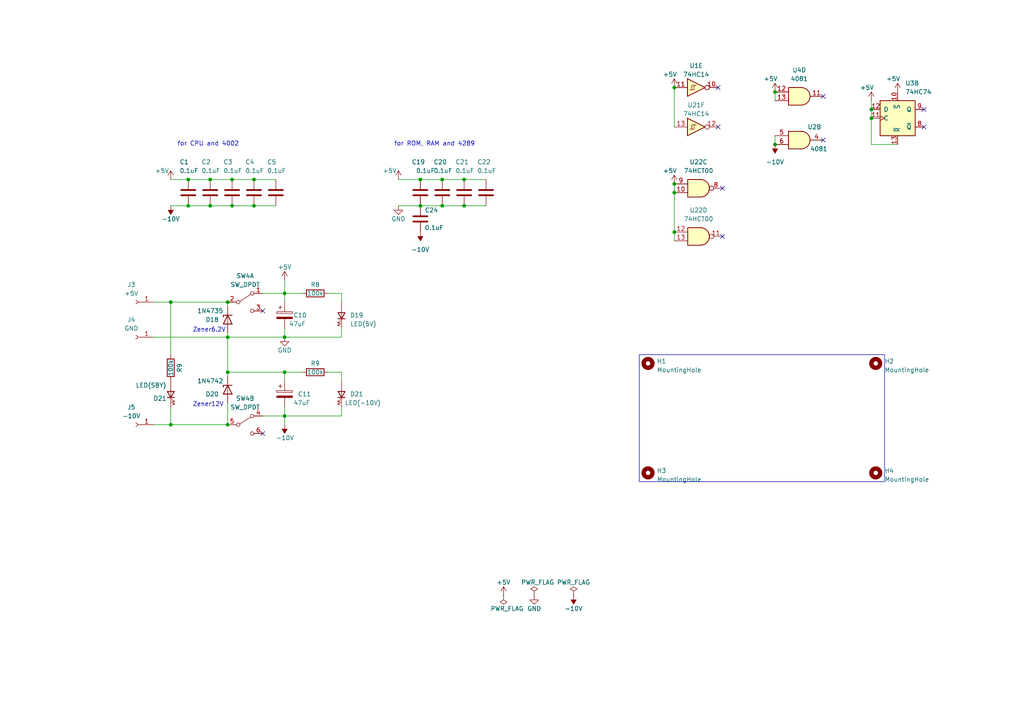
<source format=kicad_sch>
(kicad_sch (version 20230121) (generator eeschema)

  (uuid 3e5225d9-afd7-4ebf-b59c-45461f3da5da)

  (paper "A4")

  (lib_symbols
    (symbol "000_MyLibrary:4081" (pin_names (offset 1.016)) (in_bom yes) (on_board yes)
      (property "Reference" "U" (at 5.08 2.54 0)
        (effects (font (size 1.27 1.27)))
      )
      (property "Value" "4081" (at 5.08 0 0)
        (effects (font (size 1.27 1.27)))
      )
      (property "Footprint" "" (at 0 0 0)
        (effects (font (size 1.27 1.27)) hide)
      )
      (property "Datasheet" "http://www.intersil.com/content/dam/Intersil/documents/cd40/cd4073bms-81bms-82bms.pdf" (at 0 0 0)
        (effects (font (size 1.27 1.27)) hide)
      )
      (property "ki_locked" "" (at 0 0 0)
        (effects (font (size 1.27 1.27)))
      )
      (property "ki_keywords" "CMOS And2" (at 0 0 0)
        (effects (font (size 1.27 1.27)) hide)
      )
      (property "ki_description" "Quad And 2 inputs" (at 0 0 0)
        (effects (font (size 1.27 1.27)) hide)
      )
      (property "ki_fp_filters" "DIP?14*" (at 0 0 0)
        (effects (font (size 1.27 1.27)) hide)
      )
      (symbol "4081_1_1"
        (polyline
          (pts
            (xy 1.3543 2.54)
            (xy -2.4557 2.54)
            (xy -2.4557 -2.54)
            (xy 1.3543 -2.54)
          )
          (stroke (width 0.254) (type default))
          (fill (type background))
        )
        (arc (start 1.3543 -2.54) (mid 3.8114 0) (end 1.3543 2.54)
          (stroke (width 0.254) (type default))
          (fill (type background))
        )
        (pin input line (at -6.35 1.27 0) (length 3.81)
          (name "~" (effects (font (size 1.27 1.27))))
          (number "1" (effects (font (size 1.27 1.27))))
        )
        (pin input line (at -6.35 -1.27 0) (length 3.81)
          (name "~" (effects (font (size 1.27 1.27))))
          (number "2" (effects (font (size 1.27 1.27))))
        )
        (pin output line (at 7.62 0 180) (length 3.81)
          (name "~" (effects (font (size 1.27 1.27))))
          (number "3" (effects (font (size 1.27 1.27))))
        )
      )
      (symbol "4081_1_2"
        (arc (start -2.325 -2.54) (mid -1.479 0) (end -2.325 2.54)
          (stroke (width 0.254) (type default))
          (fill (type none))
        )
        (arc (start -0.547 -2.54) (mid 2.1069 -1.9322) (end 4.025 0)
          (stroke (width 0.254) (type default))
          (fill (type background))
        )
        (polyline
          (pts
            (xy -2.325 -2.54)
            (xy -0.547 -2.54)
          )
          (stroke (width 0.254) (type default))
          (fill (type none))
        )
        (polyline
          (pts
            (xy -2.325 2.54)
            (xy -0.547 2.54)
          )
          (stroke (width 0.254) (type default))
          (fill (type none))
        )
        (polyline
          (pts
            (xy 0.215 2.54)
            (xy -2.325 2.54)
            (xy -1.69 1.27)
            (xy -1.309 0)
            (xy -1.69 -1.27)
            (xy -2.325 -2.54)
            (xy 0.215 -2.54)
          )
          (stroke (width -25.4) (type default))
          (fill (type background))
        )
        (arc (start 4.025 0) (mid 1.9647 1.9402) (end -0.801 2.54)
          (stroke (width 0.254) (type default))
          (fill (type background))
        )
        (pin input inverted (at -6.35 1.27 0) (length 4.318)
          (name "~" (effects (font (size 1.27 1.27))))
          (number "1" (effects (font (size 1.27 1.27))))
        )
        (pin input inverted (at -6.35 -1.27 0) (length 4.318)
          (name "~" (effects (font (size 1.27 1.27))))
          (number "2" (effects (font (size 1.27 1.27))))
        )
        (pin output inverted (at 7.62 0 180) (length 3.81)
          (name "~" (effects (font (size 1.27 1.27))))
          (number "3" (effects (font (size 1.27 1.27))))
        )
      )
      (symbol "4081_2_1"
        (polyline
          (pts
            (xy 1.3543 2.54)
            (xy -2.4557 2.54)
            (xy -2.4557 -2.54)
            (xy 1.3543 -2.54)
          )
          (stroke (width 0.254) (type default))
          (fill (type background))
        )
        (arc (start 1.3543 -2.54) (mid 3.8114 0) (end 1.3543 2.54)
          (stroke (width 0.254) (type default))
          (fill (type background))
        )
        (pin output line (at 7.62 0 180) (length 3.81)
          (name "~" (effects (font (size 1.27 1.27))))
          (number "4" (effects (font (size 1.27 1.27))))
        )
        (pin input line (at -6.35 1.27 0) (length 3.81)
          (name "~" (effects (font (size 1.27 1.27))))
          (number "5" (effects (font (size 1.27 1.27))))
        )
        (pin input line (at -6.35 -1.27 0) (length 3.81)
          (name "~" (effects (font (size 1.27 1.27))))
          (number "6" (effects (font (size 1.27 1.27))))
        )
      )
      (symbol "4081_2_2"
        (arc (start -2.325 -2.54) (mid -1.479 0) (end -2.325 2.54)
          (stroke (width 0.254) (type default))
          (fill (type none))
        )
        (arc (start -0.547 -2.54) (mid 2.1069 -1.9322) (end 4.025 0)
          (stroke (width 0.254) (type default))
          (fill (type background))
        )
        (polyline
          (pts
            (xy -2.325 -2.54)
            (xy -0.547 -2.54)
          )
          (stroke (width 0.254) (type default))
          (fill (type none))
        )
        (polyline
          (pts
            (xy -2.325 2.54)
            (xy -0.547 2.54)
          )
          (stroke (width 0.254) (type default))
          (fill (type none))
        )
        (polyline
          (pts
            (xy 0.215 2.54)
            (xy -2.325 2.54)
            (xy -1.69 1.27)
            (xy -1.309 0)
            (xy -1.69 -1.27)
            (xy -2.325 -2.54)
            (xy 0.215 -2.54)
          )
          (stroke (width -25.4) (type default))
          (fill (type background))
        )
        (arc (start 4.025 0) (mid 1.9647 1.9402) (end -0.801 2.54)
          (stroke (width 0.254) (type default))
          (fill (type background))
        )
        (pin output inverted (at 7.62 0 180) (length 3.81)
          (name "~" (effects (font (size 1.27 1.27))))
          (number "4" (effects (font (size 1.27 1.27))))
        )
        (pin input inverted (at -6.35 1.27 0) (length 4.318)
          (name "~" (effects (font (size 1.27 1.27))))
          (number "5" (effects (font (size 1.27 1.27))))
        )
        (pin input inverted (at -6.35 -1.27 0) (length 4.318)
          (name "~" (effects (font (size 1.27 1.27))))
          (number "6" (effects (font (size 1.27 1.27))))
        )
      )
      (symbol "4081_3_1"
        (polyline
          (pts
            (xy 1.3543 2.54)
            (xy -2.4557 2.54)
            (xy -2.4557 -2.54)
            (xy 1.3543 -2.54)
          )
          (stroke (width 0.254) (type default))
          (fill (type background))
        )
        (arc (start 1.3543 -2.54) (mid 3.8114 0) (end 1.3543 2.54)
          (stroke (width 0.254) (type default))
          (fill (type background))
        )
        (pin output line (at 7.62 0 180) (length 3.81)
          (name "~" (effects (font (size 1.27 1.27))))
          (number "10" (effects (font (size 1.27 1.27))))
        )
        (pin input line (at -6.35 1.27 0) (length 3.81)
          (name "~" (effects (font (size 1.27 1.27))))
          (number "8" (effects (font (size 1.27 1.27))))
        )
        (pin input line (at -6.35 -1.27 0) (length 3.81)
          (name "~" (effects (font (size 1.27 1.27))))
          (number "9" (effects (font (size 1.27 1.27))))
        )
      )
      (symbol "4081_3_2"
        (arc (start -2.325 -2.54) (mid -1.479 0) (end -2.325 2.54)
          (stroke (width 0.254) (type default))
          (fill (type none))
        )
        (arc (start -0.547 -2.54) (mid 2.1069 -1.9322) (end 4.025 0)
          (stroke (width 0.254) (type default))
          (fill (type background))
        )
        (polyline
          (pts
            (xy -2.325 -2.54)
            (xy -0.547 -2.54)
          )
          (stroke (width 0.254) (type default))
          (fill (type none))
        )
        (polyline
          (pts
            (xy -2.325 2.54)
            (xy -0.547 2.54)
          )
          (stroke (width 0.254) (type default))
          (fill (type none))
        )
        (polyline
          (pts
            (xy 0.215 2.54)
            (xy -2.325 2.54)
            (xy -1.69 1.27)
            (xy -1.309 0)
            (xy -1.69 -1.27)
            (xy -2.325 -2.54)
            (xy 0.215 -2.54)
          )
          (stroke (width -25.4) (type default))
          (fill (type background))
        )
        (arc (start 4.025 0) (mid 1.9647 1.9402) (end -0.801 2.54)
          (stroke (width 0.254) (type default))
          (fill (type background))
        )
        (pin output inverted (at 7.62 0 180) (length 3.81)
          (name "~" (effects (font (size 1.27 1.27))))
          (number "10" (effects (font (size 1.27 1.27))))
        )
        (pin input inverted (at -6.35 1.27 0) (length 4.318)
          (name "~" (effects (font (size 1.27 1.27))))
          (number "8" (effects (font (size 1.27 1.27))))
        )
        (pin input inverted (at -6.35 -1.27 0) (length 4.318)
          (name "~" (effects (font (size 1.27 1.27))))
          (number "9" (effects (font (size 1.27 1.27))))
        )
      )
      (symbol "4081_4_1"
        (polyline
          (pts
            (xy 1.3543 2.54)
            (xy -2.4557 2.54)
            (xy -2.4557 -2.54)
            (xy 1.3543 -2.54)
          )
          (stroke (width 0.254) (type default))
          (fill (type background))
        )
        (arc (start 1.3543 -2.54) (mid 3.8114 0) (end 1.3543 2.54)
          (stroke (width 0.254) (type default))
          (fill (type background))
        )
        (pin output line (at 7.62 0 180) (length 3.81)
          (name "~" (effects (font (size 1.27 1.27))))
          (number "11" (effects (font (size 1.27 1.27))))
        )
        (pin input line (at -6.35 1.27 0) (length 3.81)
          (name "~" (effects (font (size 1.27 1.27))))
          (number "12" (effects (font (size 1.27 1.27))))
        )
        (pin input line (at -6.35 -1.27 0) (length 3.81)
          (name "~" (effects (font (size 1.27 1.27))))
          (number "13" (effects (font (size 1.27 1.27))))
        )
      )
      (symbol "4081_4_2"
        (arc (start -2.325 -2.54) (mid -1.479 0) (end -2.325 2.54)
          (stroke (width 0.254) (type default))
          (fill (type none))
        )
        (arc (start -0.547 -2.54) (mid 2.1069 -1.9322) (end 4.025 0)
          (stroke (width 0.254) (type default))
          (fill (type background))
        )
        (polyline
          (pts
            (xy -2.325 -2.54)
            (xy -0.547 -2.54)
          )
          (stroke (width 0.254) (type default))
          (fill (type none))
        )
        (polyline
          (pts
            (xy -2.325 2.54)
            (xy -0.547 2.54)
          )
          (stroke (width 0.254) (type default))
          (fill (type none))
        )
        (polyline
          (pts
            (xy 0.215 2.54)
            (xy -2.325 2.54)
            (xy -1.69 1.27)
            (xy -1.309 0)
            (xy -1.69 -1.27)
            (xy -2.325 -2.54)
            (xy 0.215 -2.54)
          )
          (stroke (width -25.4) (type default))
          (fill (type background))
        )
        (arc (start 4.025 0) (mid 1.9647 1.9402) (end -0.801 2.54)
          (stroke (width 0.254) (type default))
          (fill (type background))
        )
        (pin output inverted (at 7.62 0 180) (length 3.81)
          (name "~" (effects (font (size 1.27 1.27))))
          (number "11" (effects (font (size 1.27 1.27))))
        )
        (pin input inverted (at -6.35 1.27 0) (length 4.318)
          (name "~" (effects (font (size 1.27 1.27))))
          (number "12" (effects (font (size 1.27 1.27))))
        )
        (pin input inverted (at -6.35 -1.27 0) (length 4.318)
          (name "~" (effects (font (size 1.27 1.27))))
          (number "13" (effects (font (size 1.27 1.27))))
        )
      )
      (symbol "4081_5_0"
        (pin power_in line (at -1.27 8.89 270) (length 5.08)
          (name "VDD" (effects (font (size 1.27 1.27))))
          (number "14" (effects (font (size 1.27 1.27))))
        )
        (pin power_in line (at 1.27 -6.35 90) (length 5.08)
          (name "VSS" (effects (font (size 1.27 1.27))))
          (number "7" (effects (font (size 1.27 1.27))))
        )
      )
      (symbol "4081_5_1"
        (rectangle (start -2.54 3.81) (end 2.54 -1.27)
          (stroke (width 0.254) (type default))
          (fill (type background))
        )
      )
    )
    (symbol "000_MyLibrary:74LS00" (pin_names (offset 1.016)) (in_bom yes) (on_board yes)
      (property "Reference" "U" (at -1.27 6.35 0)
        (effects (font (size 1.27 1.27)))
      )
      (property "Value" "74LS00" (at 1.27 3.81 0)
        (effects (font (size 1.27 1.27)))
      )
      (property "Footprint" "" (at -2.286 0 0)
        (effects (font (size 1.27 1.27)) hide)
      )
      (property "Datasheet" "http://www.ti.com/lit/gpn/sn74ls00" (at -1.27 -5.08 0)
        (effects (font (size 1.27 1.27)) hide)
      )
      (property "ki_locked" "" (at 0 0 0)
        (effects (font (size 1.27 1.27)))
      )
      (property "ki_keywords" "TTL nand 2-input" (at 0 0 0)
        (effects (font (size 1.27 1.27)) hide)
      )
      (property "ki_description" "quad 2-input NAND gate" (at 0 0 0)
        (effects (font (size 1.27 1.27)) hide)
      )
      (property "ki_fp_filters" "DIP*W7.62mm* SO14*" (at 0 0 0)
        (effects (font (size 1.27 1.27)) hide)
      )
      (symbol "74LS00_1_1"
        (polyline
          (pts
            (xy 0.254 2.54)
            (xy -3.81 2.54)
            (xy -3.81 -2.54)
            (xy 0.254 -2.54)
          )
          (stroke (width 0.254) (type default))
          (fill (type background))
        )
        (arc (start 0.0225 -2.54) (mid 2.5401 0) (end 0.0225 2.54)
          (stroke (width 0.254) (type default))
          (fill (type background))
        )
        (pin input line (at -7.62 1.27 0) (length 3.81)
          (name "~" (effects (font (size 1.27 1.27))))
          (number "1" (effects (font (size 1.27 1.27))))
        )
        (pin input line (at -7.62 -1.27 0) (length 3.81)
          (name "~" (effects (font (size 1.27 1.27))))
          (number "2" (effects (font (size 1.27 1.27))))
        )
        (pin output inverted (at 6.35 0 180) (length 3.81)
          (name "~" (effects (font (size 1.27 1.27))))
          (number "3" (effects (font (size 1.27 1.27))))
        )
      )
      (symbol "74LS00_1_2"
        (arc (start -3.81 -2.54) (mid -2.964 0) (end -3.81 2.54)
          (stroke (width 0.254) (type default))
          (fill (type none))
        )
        (arc (start -2.032 -2.54) (mid 0.6219 -1.9322) (end 2.54 0)
          (stroke (width 0.254) (type default))
          (fill (type background))
        )
        (polyline
          (pts
            (xy -3.81 -2.54)
            (xy -2.032 -2.54)
          )
          (stroke (width 0.254) (type default))
          (fill (type none))
        )
        (polyline
          (pts
            (xy -3.81 2.54)
            (xy -2.032 2.54)
          )
          (stroke (width 0.254) (type default))
          (fill (type none))
        )
        (polyline
          (pts
            (xy -1.27 2.54)
            (xy -3.81 2.54)
            (xy -3.175 1.27)
            (xy -2.794 0)
            (xy -3.175 -1.27)
            (xy -3.81 -2.54)
            (xy -1.27 -2.54)
          )
          (stroke (width -25.4) (type default))
          (fill (type background))
        )
        (arc (start 2.54 0) (mid 0.4797 1.9402) (end -2.286 2.54)
          (stroke (width 0.254) (type default))
          (fill (type background))
        )
        (pin input inverted (at -7.62 1.27 0) (length 4.318)
          (name "~" (effects (font (size 1.27 1.27))))
          (number "1" (effects (font (size 1.27 1.27))))
        )
        (pin input inverted (at -7.62 -1.27 0) (length 4.318)
          (name "~" (effects (font (size 1.27 1.27))))
          (number "2" (effects (font (size 1.27 1.27))))
        )
        (pin output line (at 6.35 0 180) (length 3.81)
          (name "~" (effects (font (size 1.27 1.27))))
          (number "3" (effects (font (size 1.27 1.27))))
        )
      )
      (symbol "74LS00_2_1"
        (arc (start 0 -2.54) (mid 2.4571 0) (end 0 2.54)
          (stroke (width 0.254) (type default))
          (fill (type background))
        )
        (polyline
          (pts
            (xy 0.254 2.54)
            (xy -3.81 2.54)
            (xy -3.81 -2.54)
            (xy 0.254 -2.54)
          )
          (stroke (width 0.254) (type default))
          (fill (type background))
        )
        (pin input line (at -7.62 1.27 0) (length 3.81)
          (name "~" (effects (font (size 1.27 1.27))))
          (number "4" (effects (font (size 1.27 1.27))))
        )
        (pin input line (at -7.62 -1.27 0) (length 3.81)
          (name "~" (effects (font (size 1.27 1.27))))
          (number "5" (effects (font (size 1.27 1.27))))
        )
        (pin output inverted (at 6.35 0 180) (length 3.81)
          (name "~" (effects (font (size 1.27 1.27))))
          (number "6" (effects (font (size 1.27 1.27))))
        )
      )
      (symbol "74LS00_2_2"
        (arc (start -3.722 -2.54) (mid -2.876 0) (end -3.722 2.54)
          (stroke (width 0.254) (type default))
          (fill (type none))
        )
        (arc (start -1.944 -2.54) (mid 0.7099 -1.9322) (end 2.628 0)
          (stroke (width 0.254) (type default))
          (fill (type background))
        )
        (polyline
          (pts
            (xy -3.722 -2.54)
            (xy -1.944 -2.54)
          )
          (stroke (width 0.254) (type default))
          (fill (type none))
        )
        (polyline
          (pts
            (xy -3.722 2.54)
            (xy -1.944 2.54)
          )
          (stroke (width 0.254) (type default))
          (fill (type none))
        )
        (polyline
          (pts
            (xy -1.182 2.54)
            (xy -3.722 2.54)
            (xy -3.087 1.27)
            (xy -2.706 0)
            (xy -3.087 -1.27)
            (xy -3.722 -2.54)
            (xy -1.182 -2.54)
          )
          (stroke (width -25.4) (type default))
          (fill (type background))
        )
        (arc (start 2.628 0) (mid 0.5677 1.9402) (end -2.198 2.54)
          (stroke (width 0.254) (type default))
          (fill (type background))
        )
        (pin input inverted (at -7.62 1.27 0) (length 4.318)
          (name "~" (effects (font (size 1.27 1.27))))
          (number "4" (effects (font (size 1.27 1.27))))
        )
        (pin input inverted (at -7.62 -1.27 0) (length 4.318)
          (name "~" (effects (font (size 1.27 1.27))))
          (number "5" (effects (font (size 1.27 1.27))))
        )
        (pin output line (at 6.35 0 180) (length 3.81)
          (name "~" (effects (font (size 1.27 1.27))))
          (number "6" (effects (font (size 1.27 1.27))))
        )
      )
      (symbol "74LS00_3_1"
        (polyline
          (pts
            (xy 0.254 2.54)
            (xy -3.7257 2.54)
            (xy -3.7257 -2.54)
            (xy 0.254 -2.54)
          )
          (stroke (width 0.254) (type default))
          (fill (type background))
        )
        (arc (start 0.0843 -2.54) (mid 2.5414 0) (end 0.0843 2.54)
          (stroke (width 0.254) (type default))
          (fill (type background))
        )
        (pin input line (at -7.62 -1.27 0) (length 3.81)
          (name "~" (effects (font (size 1.27 1.27))))
          (number "10" (effects (font (size 1.27 1.27))))
        )
        (pin output inverted (at 6.35 0 180) (length 3.81)
          (name "~" (effects (font (size 1.27 1.27))))
          (number "8" (effects (font (size 1.27 1.27))))
        )
        (pin input line (at -7.62 1.27 0) (length 3.81)
          (name "~" (effects (font (size 1.27 1.27))))
          (number "9" (effects (font (size 1.27 1.27))))
        )
      )
      (symbol "74LS00_3_2"
        (arc (start -3.722 -2.54) (mid -2.876 0) (end -3.722 2.54)
          (stroke (width 0.254) (type default))
          (fill (type none))
        )
        (arc (start -1.944 -2.54) (mid 0.7099 -1.9322) (end 2.628 0)
          (stroke (width 0.254) (type default))
          (fill (type background))
        )
        (polyline
          (pts
            (xy -3.722 -2.54)
            (xy -1.944 -2.54)
          )
          (stroke (width 0.254) (type default))
          (fill (type none))
        )
        (polyline
          (pts
            (xy -3.722 2.54)
            (xy -1.944 2.54)
          )
          (stroke (width 0.254) (type default))
          (fill (type none))
        )
        (polyline
          (pts
            (xy -1.182 2.54)
            (xy -3.722 2.54)
            (xy -3.087 1.27)
            (xy -2.706 0)
            (xy -3.087 -1.27)
            (xy -3.722 -2.54)
            (xy -1.182 -2.54)
          )
          (stroke (width -25.4) (type default))
          (fill (type background))
        )
        (arc (start 2.628 0) (mid 0.5677 1.9402) (end -2.198 2.54)
          (stroke (width 0.254) (type default))
          (fill (type background))
        )
        (pin input inverted (at -7.62 -1.27 0) (length 4.318)
          (name "~" (effects (font (size 1.27 1.27))))
          (number "10" (effects (font (size 1.27 1.27))))
        )
        (pin output line (at 6.35 0 180) (length 3.81)
          (name "~" (effects (font (size 1.27 1.27))))
          (number "8" (effects (font (size 1.27 1.27))))
        )
        (pin input inverted (at -7.62 1.27 0) (length 4.318)
          (name "~" (effects (font (size 1.27 1.27))))
          (number "9" (effects (font (size 1.27 1.27))))
        )
      )
      (symbol "74LS00_4_1"
        (polyline
          (pts
            (xy 0.254 2.54)
            (xy -3.7257 2.54)
            (xy -3.7257 -2.54)
            (xy 0.254 -2.54)
          )
          (stroke (width 0.254) (type default))
          (fill (type background))
        )
        (arc (start 0.0843 -2.54) (mid 2.5414 0) (end 0.0843 2.54)
          (stroke (width 0.254) (type default))
          (fill (type background))
        )
        (pin output inverted (at 6.35 0 180) (length 3.81)
          (name "~" (effects (font (size 1.27 1.27))))
          (number "11" (effects (font (size 1.27 1.27))))
        )
        (pin input line (at -7.62 1.27 0) (length 3.81)
          (name "~" (effects (font (size 1.27 1.27))))
          (number "12" (effects (font (size 1.27 1.27))))
        )
        (pin input line (at -7.62 -1.27 0) (length 3.81)
          (name "~" (effects (font (size 1.27 1.27))))
          (number "13" (effects (font (size 1.27 1.27))))
        )
      )
      (symbol "74LS00_4_2"
        (arc (start -3.722 -2.54) (mid -2.876 0) (end -3.722 2.54)
          (stroke (width 0.254) (type default))
          (fill (type none))
        )
        (arc (start -1.944 -2.54) (mid 0.7099 -1.9322) (end 2.628 0)
          (stroke (width 0.254) (type default))
          (fill (type background))
        )
        (polyline
          (pts
            (xy -3.722 -2.54)
            (xy -1.944 -2.54)
          )
          (stroke (width 0.254) (type default))
          (fill (type none))
        )
        (polyline
          (pts
            (xy -3.722 2.54)
            (xy -1.944 2.54)
          )
          (stroke (width 0.254) (type default))
          (fill (type none))
        )
        (polyline
          (pts
            (xy -1.182 2.54)
            (xy -3.722 2.54)
            (xy -3.087 1.27)
            (xy -2.706 0)
            (xy -3.087 -1.27)
            (xy -3.722 -2.54)
            (xy -1.182 -2.54)
          )
          (stroke (width -25.4) (type default))
          (fill (type background))
        )
        (arc (start 2.628 0) (mid 0.5677 1.9402) (end -2.198 2.54)
          (stroke (width 0.254) (type default))
          (fill (type background))
        )
        (pin output line (at 6.35 0 180) (length 3.81)
          (name "~" (effects (font (size 1.27 1.27))))
          (number "11" (effects (font (size 1.27 1.27))))
        )
        (pin input inverted (at -7.62 1.27 0) (length 4.318)
          (name "~" (effects (font (size 1.27 1.27))))
          (number "12" (effects (font (size 1.27 1.27))))
        )
        (pin input inverted (at -7.62 -1.27 0) (length 4.318)
          (name "~" (effects (font (size 1.27 1.27))))
          (number "13" (effects (font (size 1.27 1.27))))
        )
      )
      (symbol "74LS00_5_0"
        (pin power_in line (at -1.27 7.62 270) (length 5.08)
          (name "VCC" (effects (font (size 1.27 1.27))))
          (number "14" (effects (font (size 1.27 1.27))))
        )
        (pin power_in line (at 1.27 -7.62 90) (length 5.08)
          (name "GND" (effects (font (size 1.27 1.27))))
          (number "7" (effects (font (size 1.27 1.27))))
        )
      )
      (symbol "74LS00_5_1"
        (rectangle (start -2.54 2.54) (end 2.54 -2.54)
          (stroke (width 0.254) (type default))
          (fill (type background))
        )
      )
    )
    (symbol "000_MyLibrary:74LS14" (in_bom yes) (on_board yes)
      (property "Reference" "U" (at 0 5.08 0)
        (effects (font (size 1.27 1.27)))
      )
      (property "Value" "74LS14" (at 2.54 2.54 0)
        (effects (font (size 1.27 1.27)))
      )
      (property "Footprint" "" (at 0 0 0)
        (effects (font (size 1.27 1.27)) hide)
      )
      (property "Datasheet" "http://www.ti.com/lit/gpn/sn74LS14" (at 0 -3.81 0)
        (effects (font (size 1.27 1.27)) hide)
      )
      (property "ki_locked" "" (at 0 0 0)
        (effects (font (size 1.27 1.27)))
      )
      (property "ki_keywords" "TTL not inv schmitt" (at 0 0 0)
        (effects (font (size 1.27 1.27)) hide)
      )
      (property "ki_description" "Hex Inverter Schmitt Triger" (at 0 0 0)
        (effects (font (size 1.27 1.27)) hide)
      )
      (property "ki_fp_filters" "DIP*W7.62mm* SSOP?14* TSSOP?14*" (at 0 0 0)
        (effects (font (size 1.27 1.27)) hide)
      )
      (symbol "74LS14_1_0"
        (polyline
          (pts
            (xy -0.635 0.635)
            (xy -0.635 -0.635)
            (xy -1.905 -0.635)
          )
          (stroke (width 0) (type default))
          (fill (type none))
        )
        (polyline
          (pts
            (xy 0 0.635)
            (xy -1.27 0.635)
            (xy -1.27 -0.635)
          )
          (stroke (width 0) (type default))
          (fill (type none))
        )
        (polyline
          (pts
            (xy -2.54 2.54)
            (xy -2.54 -2.54)
            (xy 2.54 0)
            (xy -2.54 2.54)
          )
          (stroke (width 0.254) (type default))
          (fill (type background))
        )
      )
      (symbol "74LS14_1_1"
        (pin input line (at -6.35 0 0) (length 3.81)
          (name "~" (effects (font (size 1.27 1.27))))
          (number "1" (effects (font (size 1.27 1.27))))
        )
        (pin output inverted (at 6.35 0 180) (length 3.81)
          (name "~" (effects (font (size 1.27 1.27))))
          (number "2" (effects (font (size 1.27 1.27))))
        )
      )
      (symbol "74LS14_1_2"
        (pin input inverted (at -6.35 0 0) (length 3.81)
          (name "~" (effects (font (size 1.27 1.27))))
          (number "1" (effects (font (size 1.27 1.27))))
        )
        (pin output line (at 6.35 0 180) (length 3.81)
          (name "~" (effects (font (size 1.27 1.27))))
          (number "2" (effects (font (size 1.27 1.27))))
        )
      )
      (symbol "74LS14_2_0"
        (polyline
          (pts
            (xy -0.635 0.635)
            (xy -0.635 -0.635)
            (xy -1.905 -0.635)
          )
          (stroke (width 0) (type default))
          (fill (type none))
        )
        (polyline
          (pts
            (xy 0 0.635)
            (xy -1.27 0.635)
            (xy -1.27 -0.635)
          )
          (stroke (width 0) (type default))
          (fill (type none))
        )
        (polyline
          (pts
            (xy -2.54 2.54)
            (xy -2.54 -2.54)
            (xy 2.54 0)
            (xy -2.54 2.54)
          )
          (stroke (width 0.254) (type default))
          (fill (type background))
        )
      )
      (symbol "74LS14_2_1"
        (pin input line (at -6.35 0 0) (length 3.81)
          (name "~" (effects (font (size 1.27 1.27))))
          (number "3" (effects (font (size 1.27 1.27))))
        )
        (pin output inverted (at 6.35 0 180) (length 3.81)
          (name "~" (effects (font (size 1.27 1.27))))
          (number "4" (effects (font (size 1.27 1.27))))
        )
      )
      (symbol "74LS14_2_2"
        (pin input inverted (at -6.35 0 0) (length 3.81)
          (name "~" (effects (font (size 1.27 1.27))))
          (number "3" (effects (font (size 1.27 1.27))))
        )
        (pin output line (at 6.35 0 180) (length 3.81)
          (name "~" (effects (font (size 1.27 1.27))))
          (number "4" (effects (font (size 1.27 1.27))))
        )
      )
      (symbol "74LS14_3_0"
        (polyline
          (pts
            (xy -0.635 0.635)
            (xy -0.635 -0.635)
            (xy -1.905 -0.635)
          )
          (stroke (width 0) (type default))
          (fill (type none))
        )
        (polyline
          (pts
            (xy 0 0.635)
            (xy -1.27 0.635)
            (xy -1.27 -0.635)
          )
          (stroke (width 0) (type default))
          (fill (type none))
        )
        (polyline
          (pts
            (xy -2.54 2.54)
            (xy -2.54 -2.54)
            (xy 2.54 0)
            (xy -2.54 2.54)
          )
          (stroke (width 0.254) (type default))
          (fill (type background))
        )
      )
      (symbol "74LS14_3_1"
        (pin input line (at -6.35 0 0) (length 3.81)
          (name "~" (effects (font (size 1.27 1.27))))
          (number "5" (effects (font (size 1.27 1.27))))
        )
        (pin output inverted (at 6.35 0 180) (length 3.81)
          (name "~" (effects (font (size 1.27 1.27))))
          (number "6" (effects (font (size 1.27 1.27))))
        )
      )
      (symbol "74LS14_3_2"
        (pin input inverted (at -6.35 0 0) (length 3.81)
          (name "~" (effects (font (size 1.27 1.27))))
          (number "5" (effects (font (size 1.27 1.27))))
        )
        (pin output line (at 6.35 0 180) (length 3.81)
          (name "~" (effects (font (size 1.27 1.27))))
          (number "6" (effects (font (size 1.27 1.27))))
        )
      )
      (symbol "74LS14_4_0"
        (polyline
          (pts
            (xy -0.635 0.635)
            (xy -0.635 -0.635)
            (xy -1.905 -0.635)
          )
          (stroke (width 0) (type default))
          (fill (type none))
        )
        (polyline
          (pts
            (xy 0 0.635)
            (xy -1.27 0.635)
            (xy -1.27 -0.635)
          )
          (stroke (width 0) (type default))
          (fill (type none))
        )
        (polyline
          (pts
            (xy -2.54 2.54)
            (xy -2.54 -2.54)
            (xy 2.54 0)
            (xy -2.54 2.54)
          )
          (stroke (width 0.254) (type default))
          (fill (type background))
        )
      )
      (symbol "74LS14_4_1"
        (pin output inverted (at 6.35 0 180) (length 3.81)
          (name "~" (effects (font (size 1.27 1.27))))
          (number "8" (effects (font (size 1.27 1.27))))
        )
        (pin input line (at -6.35 0 0) (length 3.81)
          (name "~" (effects (font (size 1.27 1.27))))
          (number "9" (effects (font (size 1.27 1.27))))
        )
      )
      (symbol "74LS14_4_2"
        (pin output line (at 6.35 0 180) (length 3.81)
          (name "~" (effects (font (size 1.27 1.27))))
          (number "8" (effects (font (size 1.27 1.27))))
        )
        (pin input inverted (at -6.35 0 0) (length 3.81)
          (name "~" (effects (font (size 1.27 1.27))))
          (number "9" (effects (font (size 1.27 1.27))))
        )
      )
      (symbol "74LS14_5_0"
        (polyline
          (pts
            (xy -0.635 0.635)
            (xy -0.635 -0.635)
            (xy -1.905 -0.635)
          )
          (stroke (width 0) (type default))
          (fill (type none))
        )
        (polyline
          (pts
            (xy 0 0.635)
            (xy -1.27 0.635)
            (xy -1.27 -0.635)
          )
          (stroke (width 0) (type default))
          (fill (type none))
        )
        (polyline
          (pts
            (xy -2.54 2.54)
            (xy -2.54 -2.54)
            (xy 2.54 0)
            (xy -2.54 2.54)
          )
          (stroke (width 0.254) (type default))
          (fill (type background))
        )
      )
      (symbol "74LS14_5_1"
        (pin output inverted (at 6.35 0 180) (length 3.81)
          (name "~" (effects (font (size 1.27 1.27))))
          (number "10" (effects (font (size 1.27 1.27))))
        )
        (pin input line (at -6.35 0 0) (length 3.81)
          (name "~" (effects (font (size 1.27 1.27))))
          (number "11" (effects (font (size 1.27 1.27))))
        )
      )
      (symbol "74LS14_5_2"
        (pin output line (at 6.35 0 180) (length 3.81)
          (name "~" (effects (font (size 1.27 1.27))))
          (number "10" (effects (font (size 1.27 1.27))))
        )
        (pin input inverted (at -6.35 0 0) (length 3.81)
          (name "~" (effects (font (size 1.27 1.27))))
          (number "11" (effects (font (size 1.27 1.27))))
        )
      )
      (symbol "74LS14_6_0"
        (polyline
          (pts
            (xy -0.635 0.635)
            (xy -0.635 -0.635)
            (xy -1.905 -0.635)
          )
          (stroke (width 0) (type default))
          (fill (type none))
        )
        (polyline
          (pts
            (xy 0 0.635)
            (xy -1.27 0.635)
            (xy -1.27 -0.635)
          )
          (stroke (width 0) (type default))
          (fill (type none))
        )
        (polyline
          (pts
            (xy -2.54 2.54)
            (xy -2.54 -2.54)
            (xy 2.54 0)
            (xy -2.54 2.54)
          )
          (stroke (width 0.254) (type default))
          (fill (type background))
        )
      )
      (symbol "74LS14_6_1"
        (pin output inverted (at 6.35 0 180) (length 3.81)
          (name "~" (effects (font (size 1.27 1.27))))
          (number "12" (effects (font (size 1.27 1.27))))
        )
        (pin input line (at -6.35 0 0) (length 3.81)
          (name "~" (effects (font (size 1.27 1.27))))
          (number "13" (effects (font (size 1.27 1.27))))
        )
      )
      (symbol "74LS14_6_2"
        (pin output line (at 6.35 0 180) (length 3.81)
          (name "~" (effects (font (size 1.27 1.27))))
          (number "12" (effects (font (size 1.27 1.27))))
        )
        (pin input inverted (at -6.35 0 0) (length 3.81)
          (name "~" (effects (font (size 1.27 1.27))))
          (number "13" (effects (font (size 1.27 1.27))))
        )
      )
      (symbol "74LS14_7_0"
        (rectangle (start -2.54 2.54) (end 2.54 -2.54)
          (stroke (width 0.254) (type default))
          (fill (type background))
        )
        (pin power_in line (at -1.27 7.62 270) (length 5.08)
          (name "VCC" (effects (font (size 1.27 1.27))))
          (number "14" (effects (font (size 1.27 1.27))))
        )
        (pin power_in line (at 1.27 -7.62 90) (length 5.08)
          (name "GND" (effects (font (size 1.27 1.27))))
          (number "7" (effects (font (size 1.27 1.27))))
        )
      )
    )
    (symbol "000_MyLibrary:74LS74" (pin_names (offset 1.016)) (in_bom yes) (on_board yes)
      (property "Reference" "U" (at 3.81 1.27 0)
        (effects (font (size 1.27 1.27)))
      )
      (property "Value" "74LS74" (at 6.35 -2.54 0)
        (effects (font (size 1.27 1.27)))
      )
      (property "Footprint" "" (at 0 0 0)
        (effects (font (size 1.27 1.27)) hide)
      )
      (property "Datasheet" "74xx/74hc_hct74.pdf" (at 0 0 0)
        (effects (font (size 1.27 1.27)) hide)
      )
      (property "ki_locked" "" (at 0 0 0)
        (effects (font (size 1.27 1.27)))
      )
      (property "ki_keywords" "TTL DFF" (at 0 0 0)
        (effects (font (size 1.27 1.27)) hide)
      )
      (property "ki_description" "Dual D Flip-flop, Set & Reset" (at 0 0 0)
        (effects (font (size 1.27 1.27)) hide)
      )
      (property "ki_fp_filters" "DIP*W7.62mm*" (at 0 0 0)
        (effects (font (size 1.27 1.27)) hide)
      )
      (symbol "74LS74_1_0"
        (pin input line (at 0 -7.62 90) (length 2.54)
          (name "~{R}" (effects (font (size 1.27 1.27))))
          (number "1" (effects (font (size 1.27 1.27))))
        )
        (pin input line (at -7.62 2.54 0) (length 2.54)
          (name "D" (effects (font (size 1.27 1.27))))
          (number "2" (effects (font (size 1.27 1.27))))
        )
        (pin input clock (at -7.62 0 0) (length 2.54)
          (name "C" (effects (font (size 1.27 1.27))))
          (number "3" (effects (font (size 1.27 1.27))))
        )
        (pin input line (at 0 7.62 270) (length 2.54)
          (name "~{S}" (effects (font (size 1.27 1.27))))
          (number "4" (effects (font (size 1.27 1.27))))
        )
        (pin output line (at 7.62 2.54 180) (length 2.54)
          (name "Q" (effects (font (size 1.27 1.27))))
          (number "5" (effects (font (size 1.27 1.27))))
        )
        (pin output line (at 7.62 -2.54 180) (length 2.54)
          (name "~{Q}" (effects (font (size 1.27 1.27))))
          (number "6" (effects (font (size 1.27 1.27))))
        )
      )
      (symbol "74LS74_1_1"
        (rectangle (start -5.08 5.08) (end 5.08 -5.08)
          (stroke (width 0.254) (type default))
          (fill (type background))
        )
      )
      (symbol "74LS74_2_0"
        (pin input line (at 0 7.62 270) (length 2.54)
          (name "~{S}" (effects (font (size 1.27 1.27))))
          (number "10" (effects (font (size 1.27 1.27))))
        )
        (pin input clock (at -7.62 0 0) (length 2.54)
          (name "C" (effects (font (size 1.27 1.27))))
          (number "11" (effects (font (size 1.27 1.27))))
        )
        (pin input line (at -7.62 2.54 0) (length 2.54)
          (name "D" (effects (font (size 1.27 1.27))))
          (number "12" (effects (font (size 1.27 1.27))))
        )
        (pin input line (at 0 -7.62 90) (length 2.54)
          (name "~{R}" (effects (font (size 1.27 1.27))))
          (number "13" (effects (font (size 1.27 1.27))))
        )
        (pin output line (at 7.62 -2.54 180) (length 2.54)
          (name "~{Q}" (effects (font (size 1.27 1.27))))
          (number "8" (effects (font (size 1.27 1.27))))
        )
        (pin output line (at 7.62 2.54 180) (length 2.54)
          (name "Q" (effects (font (size 1.27 1.27))))
          (number "9" (effects (font (size 1.27 1.27))))
        )
      )
      (symbol "74LS74_2_1"
        (rectangle (start -5.08 5.08) (end 5.08 -5.08)
          (stroke (width 0.254) (type default))
          (fill (type background))
        )
      )
      (symbol "74LS74_3_0"
        (pin power_in line (at -1.27 5.08 270) (length 2.54)
          (name "VCC" (effects (font (size 1.27 1.27))))
          (number "14" (effects (font (size 1.27 1.27))))
        )
        (pin power_in line (at 1.27 -5.08 90) (length 2.54)
          (name "GND" (effects (font (size 1.27 1.27))))
          (number "7" (effects (font (size 1.27 1.27))))
        )
      )
      (symbol "74LS74_3_1"
        (rectangle (start -2.54 2.54) (end 2.54 -2.54)
          (stroke (width 0.254) (type default))
          (fill (type background))
        )
      )
    )
    (symbol "000_MyLibrary:C" (pin_numbers hide) (pin_names (offset 0.254)) (in_bom yes) (on_board yes)
      (property "Reference" "C" (at 0.635 2.54 0)
        (effects (font (size 1.27 1.27)) (justify left))
      )
      (property "Value" "C" (at 0.635 -2.54 0)
        (effects (font (size 1.27 1.27)) (justify left))
      )
      (property "Footprint" "" (at 0.9652 -3.81 0)
        (effects (font (size 1.27 1.27)) hide)
      )
      (property "Datasheet" "~" (at 0 0 0)
        (effects (font (size 1.27 1.27)) hide)
      )
      (property "ki_keywords" "cap capacitor" (at 0 0 0)
        (effects (font (size 1.27 1.27)) hide)
      )
      (property "ki_description" "Unpolarized capacitor" (at 0 0 0)
        (effects (font (size 1.27 1.27)) hide)
      )
      (property "ki_fp_filters" "C_*" (at 0 0 0)
        (effects (font (size 1.27 1.27)) hide)
      )
      (symbol "C_0_1"
        (polyline
          (pts
            (xy -2.032 -0.762)
            (xy 2.032 -0.762)
          )
          (stroke (width 0.508) (type default))
          (fill (type none))
        )
        (polyline
          (pts
            (xy -2.032 0.762)
            (xy 2.032 0.762)
          )
          (stroke (width 0.508) (type default))
          (fill (type none))
        )
      )
      (symbol "C_1_1"
        (pin passive line (at 0 3.81 270) (length 2.794)
          (name "~" (effects (font (size 1.27 1.27))))
          (number "1" (effects (font (size 1.27 1.27))))
        )
        (pin passive line (at 0 -3.81 90) (length 2.794)
          (name "~" (effects (font (size 1.27 1.27))))
          (number "2" (effects (font (size 1.27 1.27))))
        )
      )
    )
    (symbol "000_MyLibrary:C_Polarized" (pin_numbers hide) (pin_names (offset 0.254)) (in_bom yes) (on_board yes)
      (property "Reference" "C" (at 0.635 2.54 0)
        (effects (font (size 1.27 1.27)) (justify left))
      )
      (property "Value" "C_Polarized" (at 0.635 -2.54 0)
        (effects (font (size 1.27 1.27)) (justify left))
      )
      (property "Footprint" "" (at 0.9652 -3.81 0)
        (effects (font (size 1.27 1.27)) hide)
      )
      (property "Datasheet" "~" (at 0 0 0)
        (effects (font (size 1.27 1.27)) hide)
      )
      (property "ki_keywords" "cap capacitor" (at 0 0 0)
        (effects (font (size 1.27 1.27)) hide)
      )
      (property "ki_description" "Polarized capacitor" (at 0 0 0)
        (effects (font (size 1.27 1.27)) hide)
      )
      (property "ki_fp_filters" "CP_*" (at 0 0 0)
        (effects (font (size 1.27 1.27)) hide)
      )
      (symbol "C_Polarized_0_1"
        (rectangle (start -2.286 0.508) (end 2.286 1.016)
          (stroke (width 0) (type default))
          (fill (type none))
        )
        (polyline
          (pts
            (xy -1.778 2.286)
            (xy -0.762 2.286)
          )
          (stroke (width 0) (type default))
          (fill (type none))
        )
        (polyline
          (pts
            (xy -1.27 2.794)
            (xy -1.27 1.778)
          )
          (stroke (width 0) (type default))
          (fill (type none))
        )
        (rectangle (start 2.286 -0.508) (end -2.286 -1.016)
          (stroke (width 0) (type default))
          (fill (type outline))
        )
      )
      (symbol "C_Polarized_1_1"
        (pin passive line (at 0 3.81 270) (length 2.794)
          (name "~" (effects (font (size 1.27 1.27))))
          (number "1" (effects (font (size 1.27 1.27))))
        )
        (pin passive line (at 0 -3.81 90) (length 2.794)
          (name "~" (effects (font (size 1.27 1.27))))
          (number "2" (effects (font (size 1.27 1.27))))
        )
      )
    )
    (symbol "000_MyLibrary:Conn_01x01_Female" (pin_names (offset 1.016) hide) (in_bom yes) (on_board yes)
      (property "Reference" "J" (at 0 2.54 0)
        (effects (font (size 1.27 1.27)))
      )
      (property "Value" "Conn_01x01_Female" (at 0 -2.54 0)
        (effects (font (size 1.27 1.27)))
      )
      (property "Footprint" "" (at 0 0 0)
        (effects (font (size 1.27 1.27)) hide)
      )
      (property "Datasheet" "~" (at 0 0 0)
        (effects (font (size 1.27 1.27)) hide)
      )
      (property "ki_keywords" "connector" (at 0 0 0)
        (effects (font (size 1.27 1.27)) hide)
      )
      (property "ki_description" "Generic connector, single row, 01x01, script generated (kicad-library-utils/schlib/autogen/connector/)" (at 0 0 0)
        (effects (font (size 1.27 1.27)) hide)
      )
      (property "ki_fp_filters" "Connector*:*" (at 0 0 0)
        (effects (font (size 1.27 1.27)) hide)
      )
      (symbol "Conn_01x01_Female_1_1"
        (polyline
          (pts
            (xy -1.27 0)
            (xy -0.508 0)
          )
          (stroke (width 0.1524) (type default))
          (fill (type none))
        )
        (arc (start 0 0.508) (mid -0.5058 0) (end 0 -0.508)
          (stroke (width 0.1524) (type default))
          (fill (type none))
        )
        (pin passive line (at -5.08 0 0) (length 3.81)
          (name "Pin_1" (effects (font (size 1.27 1.27))))
          (number "1" (effects (font (size 1.27 1.27))))
        )
      )
    )
    (symbol "000_MyLibrary:D_Zener" (pin_numbers hide) (pin_names (offset 1.016) hide) (in_bom yes) (on_board yes)
      (property "Reference" "D" (at 0 2.54 0)
        (effects (font (size 1.27 1.27)))
      )
      (property "Value" "D_Zener" (at 0 -2.54 0)
        (effects (font (size 1.27 1.27)))
      )
      (property "Footprint" "" (at 0 0 0)
        (effects (font (size 1.27 1.27)) hide)
      )
      (property "Datasheet" "~" (at 0 0 0)
        (effects (font (size 1.27 1.27)) hide)
      )
      (property "ki_keywords" "diode" (at 0 0 0)
        (effects (font (size 1.27 1.27)) hide)
      )
      (property "ki_description" "Zener diode" (at 0 0 0)
        (effects (font (size 1.27 1.27)) hide)
      )
      (property "ki_fp_filters" "TO-???* *_Diode_* *SingleDiode* D_*" (at 0 0 0)
        (effects (font (size 1.27 1.27)) hide)
      )
      (symbol "D_Zener_0_1"
        (polyline
          (pts
            (xy 1.27 0)
            (xy -1.27 0)
          )
          (stroke (width 0) (type default))
          (fill (type none))
        )
        (polyline
          (pts
            (xy -1.27 -1.27)
            (xy -1.27 1.27)
            (xy -0.762 1.27)
          )
          (stroke (width 0.254) (type default))
          (fill (type none))
        )
        (polyline
          (pts
            (xy 1.27 -1.27)
            (xy 1.27 1.27)
            (xy -1.27 0)
            (xy 1.27 -1.27)
          )
          (stroke (width 0.254) (type default))
          (fill (type none))
        )
      )
      (symbol "D_Zener_1_1"
        (pin passive line (at -3.81 0 0) (length 2.54)
          (name "K" (effects (font (size 1.27 1.27))))
          (number "1" (effects (font (size 1.27 1.27))))
        )
        (pin passive line (at 3.81 0 180) (length 2.54)
          (name "A" (effects (font (size 1.27 1.27))))
          (number "2" (effects (font (size 1.27 1.27))))
        )
      )
    )
    (symbol "000_MyLibrary:LED" (pin_numbers hide) (pin_names (offset 1.016) hide) (in_bom yes) (on_board yes)
      (property "Reference" "D" (at 0.254 2.54 0)
        (effects (font (size 1.27 1.27)))
      )
      (property "Value" "LED" (at 0.254 -2.54 0)
        (effects (font (size 1.27 1.27)))
      )
      (property "Footprint" "" (at 0.254 0 0)
        (effects (font (size 1.27 1.27)) hide)
      )
      (property "Datasheet" "~" (at 0.254 0 0)
        (effects (font (size 1.27 1.27)) hide)
      )
      (property "ki_keywords" "LED diode" (at 0 0 0)
        (effects (font (size 1.27 1.27)) hide)
      )
      (property "ki_description" "Light emitting diode" (at 0 0 0)
        (effects (font (size 1.27 1.27)) hide)
      )
      (property "ki_fp_filters" "LED* LED_SMD:* LED_THT:*" (at 0 0 0)
        (effects (font (size 1.27 1.27)) hide)
      )
      (symbol "LED_0_1"
        (polyline
          (pts
            (xy -1.27 0)
            (xy 1.27 0)
          )
          (stroke (width 0) (type default))
          (fill (type none))
        )
        (polyline
          (pts
            (xy -1.016 -1.016)
            (xy -1.016 1.016)
          )
          (stroke (width 0.254) (type default))
          (fill (type none))
        )
        (polyline
          (pts
            (xy 0.762 -1.016)
            (xy 0.762 1.016)
            (xy -1.016 0)
            (xy 0.762 -1.016)
          )
          (stroke (width 0.254) (type default))
          (fill (type none))
        )
        (polyline
          (pts
            (xy -2.286 -0.254)
            (xy -3.048 -1.016)
            (xy -2.54 -1.016)
            (xy -3.048 -1.016)
            (xy -3.048 -0.508)
          )
          (stroke (width 0) (type default))
          (fill (type none))
        )
        (polyline
          (pts
            (xy -1.524 -0.254)
            (xy -2.286 -1.016)
            (xy -1.778 -1.016)
            (xy -2.286 -1.016)
            (xy -2.286 -0.508)
          )
          (stroke (width 0) (type default))
          (fill (type none))
        )
      )
      (symbol "LED_1_1"
        (pin passive line (at -3.81 0 0) (length 2.54)
          (name "K" (effects (font (size 1.27 1.27))))
          (number "1" (effects (font (size 1.27 1.27))))
        )
        (pin passive line (at 3.81 0 180) (length 2.54)
          (name "A" (effects (font (size 1.27 1.27))))
          (number "2" (effects (font (size 1.27 1.27))))
        )
      )
    )
    (symbol "000_MyLibrary:MountingHole" (pin_names (offset 1.016)) (in_bom yes) (on_board yes)
      (property "Reference" "H" (at 0 5.08 0)
        (effects (font (size 1.27 1.27)))
      )
      (property "Value" "MountingHole" (at 0 3.175 0)
        (effects (font (size 1.27 1.27)))
      )
      (property "Footprint" "" (at 0 0 0)
        (effects (font (size 1.27 1.27)) hide)
      )
      (property "Datasheet" "~" (at 0 0 0)
        (effects (font (size 1.27 1.27)) hide)
      )
      (property "ki_keywords" "mounting hole" (at 0 0 0)
        (effects (font (size 1.27 1.27)) hide)
      )
      (property "ki_description" "Mounting Hole without connection" (at 0 0 0)
        (effects (font (size 1.27 1.27)) hide)
      )
      (property "ki_fp_filters" "MountingHole*" (at 0 0 0)
        (effects (font (size 1.27 1.27)) hide)
      )
      (symbol "MountingHole_0_1"
        (circle (center 0 0) (radius 1.27)
          (stroke (width 1.27) (type default))
          (fill (type none))
        )
      )
    )
    (symbol "000_MyLibrary:R" (pin_numbers hide) (pin_names (offset 0)) (in_bom yes) (on_board yes)
      (property "Reference" "R" (at 2.032 0 90)
        (effects (font (size 1.27 1.27)))
      )
      (property "Value" "R" (at 0 0 90)
        (effects (font (size 1.27 1.27)))
      )
      (property "Footprint" "" (at -1.778 0 90)
        (effects (font (size 1.27 1.27)) hide)
      )
      (property "Datasheet" "~" (at 0 0 0)
        (effects (font (size 1.27 1.27)) hide)
      )
      (property "ki_keywords" "R res resistor" (at 0 0 0)
        (effects (font (size 1.27 1.27)) hide)
      )
      (property "ki_description" "Resistor" (at 0 0 0)
        (effects (font (size 1.27 1.27)) hide)
      )
      (property "ki_fp_filters" "R_*" (at 0 0 0)
        (effects (font (size 1.27 1.27)) hide)
      )
      (symbol "R_0_1"
        (rectangle (start -1.016 -2.54) (end 1.016 2.54)
          (stroke (width 0.254) (type default))
          (fill (type none))
        )
      )
      (symbol "R_1_1"
        (pin passive line (at 0 3.81 270) (length 1.27)
          (name "~" (effects (font (size 1.27 1.27))))
          (number "1" (effects (font (size 1.27 1.27))))
        )
        (pin passive line (at 0 -3.81 90) (length 1.27)
          (name "~" (effects (font (size 1.27 1.27))))
          (number "2" (effects (font (size 1.27 1.27))))
        )
      )
    )
    (symbol "000_MyLibrary:SW_DPDT" (pin_names (offset 0) hide) (in_bom yes) (on_board yes)
      (property "Reference" "SW" (at 0 4.318 0)
        (effects (font (size 1.27 1.27)))
      )
      (property "Value" "SW_DPDT" (at 0 -5.08 0)
        (effects (font (size 1.27 1.27)))
      )
      (property "Footprint" "" (at 0 0 0)
        (effects (font (size 1.27 1.27)) hide)
      )
      (property "Datasheet" "~" (at 0 0 0)
        (effects (font (size 1.27 1.27)) hide)
      )
      (property "ki_keywords" "switch dual-pole double-throw DPDT spdt ON-ON" (at 0 0 0)
        (effects (font (size 1.27 1.27)) hide)
      )
      (property "ki_description" "Switch, dual pole double throw, separate symbols" (at 0 0 0)
        (effects (font (size 1.27 1.27)) hide)
      )
      (property "ki_fp_filters" "SW*DPDT*" (at 0 0 0)
        (effects (font (size 1.27 1.27)) hide)
      )
      (symbol "SW_DPDT_0_0"
        (circle (center -2.032 0) (radius 0.508)
          (stroke (width 0) (type default))
          (fill (type none))
        )
        (circle (center 2.032 -2.54) (radius 0.508)
          (stroke (width 0) (type default))
          (fill (type none))
        )
      )
      (symbol "SW_DPDT_0_1"
        (polyline
          (pts
            (xy -1.524 0.254)
            (xy 1.651 2.286)
          )
          (stroke (width 0) (type default))
          (fill (type none))
        )
        (circle (center 2.032 2.54) (radius 0.508)
          (stroke (width 0) (type default))
          (fill (type none))
        )
      )
      (symbol "SW_DPDT_1_1"
        (pin passive line (at 5.08 2.54 180) (length 2.54)
          (name "A" (effects (font (size 1.27 1.27))))
          (number "1" (effects (font (size 1.27 1.27))))
        )
        (pin passive line (at -5.08 0 0) (length 2.54)
          (name "B" (effects (font (size 1.27 1.27))))
          (number "2" (effects (font (size 1.27 1.27))))
        )
        (pin passive line (at 5.08 -2.54 180) (length 2.54)
          (name "C" (effects (font (size 1.27 1.27))))
          (number "3" (effects (font (size 1.27 1.27))))
        )
      )
      (symbol "SW_DPDT_2_1"
        (pin passive line (at 5.08 2.54 180) (length 2.54)
          (name "A" (effects (font (size 1.27 1.27))))
          (number "4" (effects (font (size 1.27 1.27))))
        )
        (pin passive line (at -5.08 0 0) (length 2.54)
          (name "B" (effects (font (size 1.27 1.27))))
          (number "5" (effects (font (size 1.27 1.27))))
        )
        (pin passive line (at 5.08 -2.54 180) (length 2.54)
          (name "C" (effects (font (size 1.27 1.27))))
          (number "6" (effects (font (size 1.27 1.27))))
        )
      )
    )
    (symbol "power:+5V" (power) (pin_names (offset 0)) (in_bom yes) (on_board yes)
      (property "Reference" "#PWR" (at 0 -3.81 0)
        (effects (font (size 1.27 1.27)) hide)
      )
      (property "Value" "+5V" (at 0 3.556 0)
        (effects (font (size 1.27 1.27)))
      )
      (property "Footprint" "" (at 0 0 0)
        (effects (font (size 1.27 1.27)) hide)
      )
      (property "Datasheet" "" (at 0 0 0)
        (effects (font (size 1.27 1.27)) hide)
      )
      (property "ki_keywords" "global power" (at 0 0 0)
        (effects (font (size 1.27 1.27)) hide)
      )
      (property "ki_description" "Power symbol creates a global label with name \"+5V\"" (at 0 0 0)
        (effects (font (size 1.27 1.27)) hide)
      )
      (symbol "+5V_0_1"
        (polyline
          (pts
            (xy -0.762 1.27)
            (xy 0 2.54)
          )
          (stroke (width 0) (type default))
          (fill (type none))
        )
        (polyline
          (pts
            (xy 0 0)
            (xy 0 2.54)
          )
          (stroke (width 0) (type default))
          (fill (type none))
        )
        (polyline
          (pts
            (xy 0 2.54)
            (xy 0.762 1.27)
          )
          (stroke (width 0) (type default))
          (fill (type none))
        )
      )
      (symbol "+5V_1_1"
        (pin power_in line (at 0 0 90) (length 0) hide
          (name "+5V" (effects (font (size 1.27 1.27))))
          (number "1" (effects (font (size 1.27 1.27))))
        )
      )
    )
    (symbol "power:-10V" (power) (pin_names (offset 0)) (in_bom yes) (on_board yes)
      (property "Reference" "#PWR" (at 0 2.54 0)
        (effects (font (size 1.27 1.27)) hide)
      )
      (property "Value" "-10V" (at 0 3.81 0)
        (effects (font (size 1.27 1.27)))
      )
      (property "Footprint" "" (at 0 0 0)
        (effects (font (size 1.27 1.27)) hide)
      )
      (property "Datasheet" "" (at 0 0 0)
        (effects (font (size 1.27 1.27)) hide)
      )
      (property "ki_keywords" "global power" (at 0 0 0)
        (effects (font (size 1.27 1.27)) hide)
      )
      (property "ki_description" "Power symbol creates a global label with name \"-10V\"" (at 0 0 0)
        (effects (font (size 1.27 1.27)) hide)
      )
      (symbol "-10V_0_0"
        (pin power_in line (at 0 0 90) (length 0) hide
          (name "-10V" (effects (font (size 1.27 1.27))))
          (number "1" (effects (font (size 1.27 1.27))))
        )
      )
      (symbol "-10V_0_1"
        (polyline
          (pts
            (xy 0 0)
            (xy 0 1.27)
            (xy 0.762 1.27)
            (xy 0 2.54)
            (xy -0.762 1.27)
            (xy 0 1.27)
          )
          (stroke (width 0) (type default))
          (fill (type outline))
        )
      )
    )
    (symbol "power:GND" (power) (pin_names (offset 0)) (in_bom yes) (on_board yes)
      (property "Reference" "#PWR" (at 0 -6.35 0)
        (effects (font (size 1.27 1.27)) hide)
      )
      (property "Value" "GND" (at 0 -3.81 0)
        (effects (font (size 1.27 1.27)))
      )
      (property "Footprint" "" (at 0 0 0)
        (effects (font (size 1.27 1.27)) hide)
      )
      (property "Datasheet" "" (at 0 0 0)
        (effects (font (size 1.27 1.27)) hide)
      )
      (property "ki_keywords" "global power" (at 0 0 0)
        (effects (font (size 1.27 1.27)) hide)
      )
      (property "ki_description" "Power symbol creates a global label with name \"GND\" , ground" (at 0 0 0)
        (effects (font (size 1.27 1.27)) hide)
      )
      (symbol "GND_0_1"
        (polyline
          (pts
            (xy 0 0)
            (xy 0 -1.27)
            (xy 1.27 -1.27)
            (xy 0 -2.54)
            (xy -1.27 -1.27)
            (xy 0 -1.27)
          )
          (stroke (width 0) (type default))
          (fill (type none))
        )
      )
      (symbol "GND_1_1"
        (pin power_in line (at 0 0 270) (length 0) hide
          (name "GND" (effects (font (size 1.27 1.27))))
          (number "1" (effects (font (size 1.27 1.27))))
        )
      )
    )
    (symbol "power:PWR_FLAG" (power) (pin_numbers hide) (pin_names (offset 0) hide) (in_bom yes) (on_board yes)
      (property "Reference" "#FLG" (at 0 1.905 0)
        (effects (font (size 1.27 1.27)) hide)
      )
      (property "Value" "PWR_FLAG" (at 0 3.81 0)
        (effects (font (size 1.27 1.27)))
      )
      (property "Footprint" "" (at 0 0 0)
        (effects (font (size 1.27 1.27)) hide)
      )
      (property "Datasheet" "~" (at 0 0 0)
        (effects (font (size 1.27 1.27)) hide)
      )
      (property "ki_keywords" "flag power" (at 0 0 0)
        (effects (font (size 1.27 1.27)) hide)
      )
      (property "ki_description" "Special symbol for telling ERC where power comes from" (at 0 0 0)
        (effects (font (size 1.27 1.27)) hide)
      )
      (symbol "PWR_FLAG_0_0"
        (pin power_out line (at 0 0 90) (length 0)
          (name "pwr" (effects (font (size 1.27 1.27))))
          (number "1" (effects (font (size 1.27 1.27))))
        )
      )
      (symbol "PWR_FLAG_0_1"
        (polyline
          (pts
            (xy 0 0)
            (xy 0 1.27)
            (xy -1.016 1.905)
            (xy 0 2.54)
            (xy 1.016 1.905)
            (xy 0 1.27)
          )
          (stroke (width 0) (type default))
          (fill (type none))
        )
      )
    )
  )

  (junction (at 224.79 41.91) (diameter 0) (color 0 0 0 0)
    (uuid 02058aab-102a-4d79-848a-41f5248c9322)
  )
  (junction (at 54.61 52.07) (diameter 0) (color 0 0 0 0)
    (uuid 04de454c-4c65-478a-b0b9-dd7562c24342)
  )
  (junction (at 49.53 87.63) (diameter 0) (color 0 0 0 0)
    (uuid 20bb66b5-72eb-4c68-bae7-8ce34201a00f)
  )
  (junction (at 134.62 52.07) (diameter 0) (color 0 0 0 0)
    (uuid 25c7cfd5-f22a-44c4-b12d-dfac311d778c)
  )
  (junction (at 224.79 26.67) (diameter 0) (color 0 0 0 0)
    (uuid 32841983-eb97-49c7-be06-8a083035a0e1)
  )
  (junction (at 67.31 59.69) (diameter 0) (color 0 0 0 0)
    (uuid 34980289-8791-4f0d-af39-fc335b09b75f)
  )
  (junction (at 82.55 97.79) (diameter 0) (color 0 0 0 0)
    (uuid 3659af39-3872-4287-a0c6-0d7c0ee98aa9)
  )
  (junction (at 82.55 85.09) (diameter 0) (color 0 0 0 0)
    (uuid 3f6d30f1-2661-4932-85b1-e343e7b3bb3c)
  )
  (junction (at 82.55 120.65) (diameter 0) (color 0 0 0 0)
    (uuid 45850601-36da-436b-97d8-a2510251812a)
  )
  (junction (at 54.61 59.69) (diameter 0) (color 0 0 0 0)
    (uuid 4eaaaedb-bea7-4c1d-b1f3-e6d4d6222550)
  )
  (junction (at 60.96 52.07) (diameter 0) (color 0 0 0 0)
    (uuid 55a2b39d-f9b6-4812-9317-86452d7ee170)
  )
  (junction (at 67.31 52.07) (diameter 0) (color 0 0 0 0)
    (uuid 5dfcb62b-4543-4b7d-a614-a3f400845f69)
  )
  (junction (at 195.58 67.31) (diameter 0) (color 0 0 0 0)
    (uuid 5ea71658-bf25-4a7b-816f-eb338b00544a)
  )
  (junction (at 195.58 53.34) (diameter 0) (color 0 0 0 0)
    (uuid 66e7b9ce-513b-4c25-bc16-f9bcc2f1efe5)
  )
  (junction (at 66.04 87.63) (diameter 0) (color 0 0 0 0)
    (uuid 674fcd52-91a9-46ea-b049-7dc23dd0756b)
  )
  (junction (at 66.04 107.95) (diameter 0) (color 0 0 0 0)
    (uuid 6a349b7a-27b8-412e-a820-e62789e5ecd6)
  )
  (junction (at 121.92 59.69) (diameter 0) (color 0 0 0 0)
    (uuid 701cd864-9b91-462c-a3c5-70e92b53c774)
  )
  (junction (at 66.04 97.79) (diameter 0) (color 0 0 0 0)
    (uuid 7a6e1311-e77a-40a0-a363-aae20d7c3ab4)
  )
  (junction (at 66.04 123.19) (diameter 0) (color 0 0 0 0)
    (uuid 90f1d913-29b6-4777-8f89-541c7c0f9c1b)
  )
  (junction (at 252.73 34.29) (diameter 0) (color 0 0 0 0)
    (uuid 9496910c-a1c6-4b35-a2f2-4e499996430e)
  )
  (junction (at 121.92 52.07) (diameter 0) (color 0 0 0 0)
    (uuid 9a36eadb-0c54-49d9-95f7-7171580602ca)
  )
  (junction (at 73.66 52.07) (diameter 0) (color 0 0 0 0)
    (uuid a2daf0e1-08ec-437d-8b75-a3c200da1bfe)
  )
  (junction (at 73.66 59.69) (diameter 0) (color 0 0 0 0)
    (uuid a342aafc-4d60-43d6-b76f-3d7166fe6930)
  )
  (junction (at 49.53 123.19) (diameter 0) (color 0 0 0 0)
    (uuid a4a65893-848b-4779-aef7-09dcafcbb12a)
  )
  (junction (at 82.55 107.95) (diameter 0) (color 0 0 0 0)
    (uuid ad8b6c6b-dd61-4bd6-8c19-a985887f8107)
  )
  (junction (at 134.62 59.69) (diameter 0) (color 0 0 0 0)
    (uuid bfc316c2-bc1b-4ac4-bb29-cd1826752268)
  )
  (junction (at 128.27 52.07) (diameter 0) (color 0 0 0 0)
    (uuid ce15162e-0669-4b06-9dac-b95aac113beb)
  )
  (junction (at 252.73 31.75) (diameter 0) (color 0 0 0 0)
    (uuid cecc1399-7da8-4fab-a843-47157d94c3af)
  )
  (junction (at 195.58 25.4) (diameter 0) (color 0 0 0 0)
    (uuid d9288a6d-a96e-4818-acf0-a2ff4060c66a)
  )
  (junction (at 195.58 55.88) (diameter 0) (color 0 0 0 0)
    (uuid dbe26602-d5b3-40fa-8e72-dce80e8ccc01)
  )
  (junction (at 128.27 59.69) (diameter 0) (color 0 0 0 0)
    (uuid eea915b8-bb5c-46b0-b786-bd5bdadb7e2d)
  )
  (junction (at 60.96 59.69) (diameter 0) (color 0 0 0 0)
    (uuid eeb34551-b451-4a01-ac2a-34e7b3fd7643)
  )

  (no_connect (at 209.55 68.58) (uuid 18537b86-59a6-47b2-9882-beeff8410b95))
  (no_connect (at 209.55 54.61) (uuid 32417469-9ece-4916-8449-187760a5d9d0))
  (no_connect (at 208.28 25.4) (uuid 4e81403a-d44d-4431-a737-34f1da43d75b))
  (no_connect (at 76.2 90.17) (uuid 6be19ef6-a933-40dd-bfdd-35898a4f9950))
  (no_connect (at 208.28 36.83) (uuid 914a1250-37cf-42a3-b83d-d8a11d79f1d5))
  (no_connect (at 238.76 27.94) (uuid 9b5e5283-a294-49cd-8298-5ee7a64e4a38))
  (no_connect (at 267.97 31.75) (uuid 9fc02f21-5519-4c40-b668-dcf9c9033229))
  (no_connect (at 76.2 125.73) (uuid b2c3e1c7-8210-40b9-af30-0c56d5e45902))
  (no_connect (at 238.76 40.64) (uuid b87a9437-5ff7-47be-8040-c34817a6963f))
  (no_connect (at 267.97 36.83) (uuid f1b92ec6-c780-463a-9708-da0186287d4a))

  (wire (pts (xy 49.53 118.11) (xy 49.53 123.19))
    (stroke (width 0) (type default))
    (uuid 00021522-2cb1-4644-bfd6-4b69445eb208)
  )
  (wire (pts (xy 82.55 81.28) (xy 82.55 85.09))
    (stroke (width 0) (type default))
    (uuid 04cbeb4c-23c3-48d3-a017-370e42f01dde)
  )
  (wire (pts (xy 49.53 87.63) (xy 44.45 87.63))
    (stroke (width 0) (type default))
    (uuid 0a9075eb-f482-4629-ac93-ce1c9da8aac9)
  )
  (wire (pts (xy 195.58 55.88) (xy 195.58 67.31))
    (stroke (width 0) (type default))
    (uuid 14e0c075-1a55-4fa3-8c4a-c3b66c63959a)
  )
  (wire (pts (xy 252.73 29.21) (xy 252.73 31.75))
    (stroke (width 0) (type default))
    (uuid 1b2de1a3-1ae5-47d4-9a1c-fb09264dcb3b)
  )
  (wire (pts (xy 95.25 85.09) (xy 99.06 85.09))
    (stroke (width 0) (type default))
    (uuid 21f3fb50-3eaf-43f5-ab45-d891494a7059)
  )
  (wire (pts (xy 82.55 85.09) (xy 87.63 85.09))
    (stroke (width 0) (type default))
    (uuid 242531f0-b354-459b-9474-bb9dda5a5133)
  )
  (wire (pts (xy 67.31 52.07) (xy 73.66 52.07))
    (stroke (width 0) (type default))
    (uuid 24983586-eb5d-4fe6-90cd-a61fafcd4ef0)
  )
  (wire (pts (xy 82.55 120.65) (xy 82.55 118.11))
    (stroke (width 0) (type default))
    (uuid 28138ab7-4e12-460b-a810-76c452b6d8e3)
  )
  (wire (pts (xy 82.55 85.09) (xy 82.55 87.63))
    (stroke (width 0) (type default))
    (uuid 281a90de-99d1-480f-a9cb-beee7ee90a88)
  )
  (wire (pts (xy 99.06 85.09) (xy 99.06 87.63))
    (stroke (width 0) (type default))
    (uuid 28f99aba-cdd2-4b5d-989a-ce50f1ee6f9b)
  )
  (wire (pts (xy 44.45 97.79) (xy 66.04 97.79))
    (stroke (width 0) (type default))
    (uuid 3208aaf4-cdc9-4091-b29e-3f27fc63bdf3)
  )
  (wire (pts (xy 260.35 41.91) (xy 252.73 41.91))
    (stroke (width 0) (type default))
    (uuid 35881aee-f79f-4149-8a1e-bf7a2600cdc5)
  )
  (wire (pts (xy 99.06 118.11) (xy 99.06 120.65))
    (stroke (width 0) (type default))
    (uuid 3cdf185b-d4c7-4d96-83a2-b67d2e199892)
  )
  (wire (pts (xy 121.92 52.07) (xy 128.27 52.07))
    (stroke (width 0) (type default))
    (uuid 41215c4b-8628-481d-a9fc-e39303e11b73)
  )
  (wire (pts (xy 82.55 107.95) (xy 87.63 107.95))
    (stroke (width 0) (type default))
    (uuid 4ee7a2bc-21d4-43f4-8c96-f30c208a3aaf)
  )
  (wire (pts (xy 128.27 52.07) (xy 134.62 52.07))
    (stroke (width 0) (type default))
    (uuid 50bc017b-bac4-41a5-aa62-f53be857cd1c)
  )
  (wire (pts (xy 60.96 59.69) (xy 67.31 59.69))
    (stroke (width 0) (type default))
    (uuid 522bcefb-72d3-45de-9565-e1902c3df93a)
  )
  (wire (pts (xy 134.62 59.69) (xy 140.97 59.69))
    (stroke (width 0) (type default))
    (uuid 538d6019-eafa-455a-b6e1-62e0e71c9cf0)
  )
  (wire (pts (xy 66.04 97.79) (xy 66.04 107.95))
    (stroke (width 0) (type default))
    (uuid 539d373e-25ac-4a92-9397-a133b64f4fab)
  )
  (wire (pts (xy 99.06 110.49) (xy 99.06 107.95))
    (stroke (width 0) (type default))
    (uuid 5e21da8f-1cba-444e-809b-03e9b61a7178)
  )
  (wire (pts (xy 66.04 96.52) (xy 66.04 97.79))
    (stroke (width 0) (type default))
    (uuid 60baa953-122c-4df6-9b2f-14171f0b3ed2)
  )
  (wire (pts (xy 66.04 109.22) (xy 66.04 107.95))
    (stroke (width 0) (type default))
    (uuid 61325a51-366f-46f3-b7b2-c19703ebc13f)
  )
  (wire (pts (xy 224.79 26.67) (xy 224.79 29.21))
    (stroke (width 0) (type default))
    (uuid 638b7bc8-ce19-4834-a39a-8d1ed2e22f99)
  )
  (wire (pts (xy 44.45 123.19) (xy 49.53 123.19))
    (stroke (width 0) (type default))
    (uuid 65223f31-54bd-430c-8717-3ee35fa9081a)
  )
  (wire (pts (xy 49.53 52.07) (xy 54.61 52.07))
    (stroke (width 0) (type default))
    (uuid 66f54f45-b52b-4455-a7a4-f0be1f1c9cc8)
  )
  (wire (pts (xy 66.04 87.63) (xy 66.04 88.9))
    (stroke (width 0) (type default))
    (uuid 6a1a8a9b-8bee-4ceb-ab3c-a21cb906cf50)
  )
  (wire (pts (xy 66.04 97.79) (xy 82.55 97.79))
    (stroke (width 0) (type default))
    (uuid 73855101-0cc3-4073-84f9-763f472db406)
  )
  (wire (pts (xy 60.96 52.07) (xy 67.31 52.07))
    (stroke (width 0) (type default))
    (uuid 79192e9b-46cb-4a49-b53d-369a9eb5f6d8)
  )
  (wire (pts (xy 121.92 59.69) (xy 128.27 59.69))
    (stroke (width 0) (type default))
    (uuid 81397447-cda8-4266-85a0-a1f79ed5e147)
  )
  (wire (pts (xy 54.61 52.07) (xy 60.96 52.07))
    (stroke (width 0) (type default))
    (uuid 8c5ec008-6317-4220-966f-a4834e857f0e)
  )
  (wire (pts (xy 82.55 97.79) (xy 99.06 97.79))
    (stroke (width 0) (type default))
    (uuid 8edaa418-84c6-4d73-a2ae-043be554d27c)
  )
  (wire (pts (xy 115.57 52.07) (xy 121.92 52.07))
    (stroke (width 0) (type default))
    (uuid 9286a0a7-c0c2-485e-89e7-f3ea3b073db5)
  )
  (wire (pts (xy 76.2 85.09) (xy 82.55 85.09))
    (stroke (width 0) (type default))
    (uuid 9483c2ba-e81c-4c95-8532-e8eaeeb89d47)
  )
  (wire (pts (xy 76.2 120.65) (xy 82.55 120.65))
    (stroke (width 0) (type default))
    (uuid 97dd2977-126f-46f0-9e36-2009a82ef8ce)
  )
  (wire (pts (xy 54.61 59.69) (xy 60.96 59.69))
    (stroke (width 0) (type default))
    (uuid 98fe3638-eb9c-4303-af3e-ad5046a23325)
  )
  (wire (pts (xy 224.79 39.37) (xy 224.79 41.91))
    (stroke (width 0) (type default))
    (uuid 9cfacfee-1779-4444-981d-f3d068a4c3d3)
  )
  (wire (pts (xy 66.04 116.84) (xy 66.04 123.19))
    (stroke (width 0) (type default))
    (uuid a19bcc2d-7d81-445a-aae1-34c17ee69c9e)
  )
  (wire (pts (xy 73.66 59.69) (xy 80.01 59.69))
    (stroke (width 0) (type default))
    (uuid a32eeb50-c103-404d-b001-07fac0e35612)
  )
  (wire (pts (xy 49.53 59.69) (xy 54.61 59.69))
    (stroke (width 0) (type default))
    (uuid b567dd46-1bf6-4097-9917-e50b95432387)
  )
  (wire (pts (xy 99.06 97.79) (xy 99.06 95.25))
    (stroke (width 0) (type default))
    (uuid b7bbb957-a399-4bd6-9c20-b5919232a9a0)
  )
  (wire (pts (xy 195.58 67.31) (xy 195.58 69.85))
    (stroke (width 0) (type default))
    (uuid bda047aa-cf46-4db7-b85e-9d587424d6cf)
  )
  (wire (pts (xy 115.57 59.69) (xy 121.92 59.69))
    (stroke (width 0) (type default))
    (uuid be749866-69f6-47cd-8885-29af353fa5f3)
  )
  (wire (pts (xy 82.55 95.25) (xy 82.55 97.79))
    (stroke (width 0) (type default))
    (uuid bfd504d1-1c53-4d79-9a01-f324ce42a041)
  )
  (wire (pts (xy 95.25 107.95) (xy 99.06 107.95))
    (stroke (width 0) (type default))
    (uuid bfe08585-1112-4fce-903e-5f8128fbc872)
  )
  (wire (pts (xy 195.58 25.4) (xy 195.58 36.83))
    (stroke (width 0) (type default))
    (uuid c08e7be9-571f-4d74-9f16-b6b4a36e4a6b)
  )
  (wire (pts (xy 82.55 120.65) (xy 82.55 123.19))
    (stroke (width 0) (type default))
    (uuid c0c0cfe1-3df2-4dc3-864f-9030bd800f24)
  )
  (wire (pts (xy 73.66 52.07) (xy 80.01 52.07))
    (stroke (width 0) (type default))
    (uuid c2afdf5b-4d33-4668-898c-c7e35d1dcf0f)
  )
  (wire (pts (xy 82.55 110.49) (xy 82.55 107.95))
    (stroke (width 0) (type default))
    (uuid cabe3cd2-e7f8-4dd1-9e39-287b54bd03f6)
  )
  (wire (pts (xy 252.73 31.75) (xy 252.73 34.29))
    (stroke (width 0) (type default))
    (uuid ce73dc49-bb24-4991-9110-a579bcf754c3)
  )
  (wire (pts (xy 66.04 87.63) (xy 49.53 87.63))
    (stroke (width 0) (type default))
    (uuid da8290f0-dddd-4b53-8eaa-18f408e7bb56)
  )
  (wire (pts (xy 49.53 123.19) (xy 66.04 123.19))
    (stroke (width 0) (type default))
    (uuid dadc04b5-af0f-4b6f-9d0c-d0a4c64b1155)
  )
  (wire (pts (xy 134.62 52.07) (xy 140.97 52.07))
    (stroke (width 0) (type default))
    (uuid dcd35aca-319c-4cbd-a631-835b07d44ec4)
  )
  (wire (pts (xy 66.04 107.95) (xy 82.55 107.95))
    (stroke (width 0) (type default))
    (uuid df702a6e-dd44-4fcb-a343-a224e558f1b0)
  )
  (wire (pts (xy 82.55 120.65) (xy 99.06 120.65))
    (stroke (width 0) (type default))
    (uuid e2fa74ce-5161-4794-b24f-c36ee522549d)
  )
  (wire (pts (xy 128.27 59.69) (xy 134.62 59.69))
    (stroke (width 0) (type default))
    (uuid eb30563d-b8e9-4e31-8439-598337158768)
  )
  (wire (pts (xy 195.58 53.34) (xy 195.58 55.88))
    (stroke (width 0) (type default))
    (uuid f1de89c0-65a8-4ca9-a126-5a6d3dd8139d)
  )
  (wire (pts (xy 49.53 87.63) (xy 49.53 102.87))
    (stroke (width 0) (type default))
    (uuid f5b4e664-bd76-4f83-b26f-c5870ab22e3f)
  )
  (wire (pts (xy 67.31 59.69) (xy 73.66 59.69))
    (stroke (width 0) (type default))
    (uuid fbaafd1a-1847-40d3-98aa-2b6aaa153279)
  )
  (wire (pts (xy 252.73 41.91) (xy 252.73 34.29))
    (stroke (width 0) (type default))
    (uuid ffb646c0-ddac-446b-827b-082207ce3785)
  )

  (rectangle (start 185.42 102.87) (end 256.54 139.7)
    (stroke (width 0) (type default))
    (fill (type none))
    (uuid e9133429-60a1-411a-b97e-235272a7ff90)
  )

  (text "Zener12V" (at 55.88 118.11 0)
    (effects (font (size 1.27 1.27)) (justify left bottom))
    (uuid 28eeed2f-42f6-482a-b9ad-e63bb09b1878)
  )
  (text "for ROM, RAM and 4289" (at 114.3 42.545 0)
    (effects (font (size 1.27 1.27)) (justify left bottom))
    (uuid e62db1ec-86dc-403d-9267-3a1499c03bb2)
  )
  (text "Zener6.2V" (at 55.88 96.52 0)
    (effects (font (size 1.27 1.27)) (justify left bottom))
    (uuid f53d18b9-1166-4413-ad93-b3b1c0f8dbe5)
  )
  (text "for CPU and 4002" (at 51.435 42.545 0)
    (effects (font (size 1.27 1.27)) (justify left bottom))
    (uuid fdce0c80-0021-4e3c-b576-fbdf39b51bfe)
  )

  (symbol (lib_id "000_MyLibrary:LED") (at 99.06 114.3 270) (mirror x) (unit 1)
    (in_bom yes) (on_board yes) (dnp no)
    (uuid 017eb828-3ced-4228-9241-836f37efea33)
    (property "Reference" "D21" (at 105.41 114.3 90)
      (effects (font (size 1.27 1.27)) (justify right))
    )
    (property "Value" "LED(-10V)" (at 110.49 116.84 90)
      (effects (font (size 1.27 1.27)) (justify right))
    )
    (property "Footprint" "000_MyFootprint:LED_D3.0mm" (at 99.06 114.046 0)
      (effects (font (size 1.27 1.27)) hide)
    )
    (property "Datasheet" "~" (at 99.06 114.046 0)
      (effects (font (size 1.27 1.27)) hide)
    )
    (pin "1" (uuid e3db1275-a709-40a1-a978-3d5dc3990655))
    (pin "2" (uuid 24d1d1c4-da3b-4649-a90e-e8b4b79c407e))
    (instances
      (project "SBC4040"
        (path "/864f134a-41c6-4913-ad4a-3ecdcf349a38"
          (reference "D21") (unit 1)
        )
        (path "/864f134a-41c6-4913-ad4a-3ecdcf349a38/5469af6e-307a-497f-8be9-ea9ec74e6c6f"
          (reference "D38") (unit 1)
        )
      )
    )
  )

  (symbol (lib_id "power:+5V") (at 260.35 26.67 0) (unit 1)
    (in_bom yes) (on_board yes) (dnp no)
    (uuid 01fcad4e-e425-42af-b878-487d7a196485)
    (property "Reference" "#PWR08" (at 260.35 30.48 0)
      (effects (font (size 1.27 1.27)) hide)
    )
    (property "Value" "+5V" (at 259.08 22.86 0)
      (effects (font (size 1.27 1.27)))
    )
    (property "Footprint" "" (at 260.35 26.67 0)
      (effects (font (size 1.27 1.27)) hide)
    )
    (property "Datasheet" "" (at 260.35 26.67 0)
      (effects (font (size 1.27 1.27)) hide)
    )
    (pin "1" (uuid 24818008-d0dc-4e09-a439-b7a9e7aa9e3a))
    (instances
      (project "SBC4040"
        (path "/864f134a-41c6-4913-ad4a-3ecdcf349a38"
          (reference "#PWR08") (unit 1)
        )
        (path "/864f134a-41c6-4913-ad4a-3ecdcf349a38/5469af6e-307a-497f-8be9-ea9ec74e6c6f"
          (reference "#PWR074") (unit 1)
        )
      )
    )
  )

  (symbol (lib_id "000_MyLibrary:R") (at 49.53 106.68 0) (unit 1)
    (in_bom yes) (on_board yes) (dnp no)
    (uuid 024d389e-d923-4b0d-9d0b-8d9481dd11b9)
    (property "Reference" "R9" (at 52.07 106.68 90)
      (effects (font (size 1.27 1.27)))
    )
    (property "Value" "100k" (at 49.53 106.68 90)
      (effects (font (size 1.27 1.27)))
    )
    (property "Footprint" "000_MyFootprint:R_Axial_DIN0207_L6.3mm_D2.5mm_P7.62mm_Horizontal" (at 47.752 106.68 90)
      (effects (font (size 1.27 1.27)) hide)
    )
    (property "Datasheet" "~" (at 49.53 106.68 0)
      (effects (font (size 1.27 1.27)) hide)
    )
    (pin "1" (uuid 4fb52072-9209-41fd-b06a-8269f0d20288))
    (pin "2" (uuid a75b2390-6518-4828-8731-98f40a979384))
    (instances
      (project "SBC4040"
        (path "/864f134a-41c6-4913-ad4a-3ecdcf349a38"
          (reference "R9") (unit 1)
        )
        (path "/864f134a-41c6-4913-ad4a-3ecdcf349a38/5469af6e-307a-497f-8be9-ea9ec74e6c6f"
          (reference "R41") (unit 1)
        )
      )
    )
  )

  (symbol (lib_id "000_MyLibrary:LED") (at 49.53 114.3 90) (unit 1)
    (in_bom yes) (on_board yes) (dnp no)
    (uuid 02821118-c5e8-444c-87de-9f8874a0a54f)
    (property "Reference" "D21" (at 44.45 115.57 90)
      (effects (font (size 1.27 1.27)) (justify right))
    )
    (property "Value" "LED(SBY)" (at 39.37 111.76 90)
      (effects (font (size 1.27 1.27)) (justify right))
    )
    (property "Footprint" "000_MyFootprint:LED_D3.0mm" (at 49.53 114.046 0)
      (effects (font (size 1.27 1.27)) hide)
    )
    (property "Datasheet" "~" (at 49.53 114.046 0)
      (effects (font (size 1.27 1.27)) hide)
    )
    (pin "1" (uuid 3d2ec7dd-2639-4a4d-a86c-4bf7f1623a1f))
    (pin "2" (uuid 393ca974-2105-47bb-a298-f20edeb08a84))
    (instances
      (project "SBC4040"
        (path "/864f134a-41c6-4913-ad4a-3ecdcf349a38"
          (reference "D21") (unit 1)
        )
        (path "/864f134a-41c6-4913-ad4a-3ecdcf349a38/5469af6e-307a-497f-8be9-ea9ec74e6c6f"
          (reference "D37") (unit 1)
        )
      )
    )
  )

  (symbol (lib_id "power:+5V") (at 195.58 53.34 0) (unit 1)
    (in_bom yes) (on_board yes) (dnp no)
    (uuid 032005a3-697e-4a56-a233-76ef28e4a14c)
    (property "Reference" "#PWR01" (at 195.58 57.15 0)
      (effects (font (size 1.27 1.27)) hide)
    )
    (property "Value" "+5V" (at 194.31 49.53 0)
      (effects (font (size 1.27 1.27)))
    )
    (property "Footprint" "" (at 195.58 53.34 0)
      (effects (font (size 1.27 1.27)) hide)
    )
    (property "Datasheet" "" (at 195.58 53.34 0)
      (effects (font (size 1.27 1.27)) hide)
    )
    (pin "1" (uuid 429ae4e9-54a3-4e9a-9d4e-56f2af9bb874))
    (instances
      (project "SBC4040"
        (path "/864f134a-41c6-4913-ad4a-3ecdcf349a38"
          (reference "#PWR01") (unit 1)
        )
        (path "/864f134a-41c6-4913-ad4a-3ecdcf349a38/5469af6e-307a-497f-8be9-ea9ec74e6c6f"
          (reference "#PWR079") (unit 1)
        )
      )
    )
  )

  (symbol (lib_id "power:+5V") (at 252.73 29.21 0) (unit 1)
    (in_bom yes) (on_board yes) (dnp no)
    (uuid 040d7de2-ed92-49c0-9b41-0a29c2c5f8b3)
    (property "Reference" "#PWR03" (at 252.73 33.02 0)
      (effects (font (size 1.27 1.27)) hide)
    )
    (property "Value" "+5V" (at 251.46 25.4 0)
      (effects (font (size 1.27 1.27)))
    )
    (property "Footprint" "" (at 252.73 29.21 0)
      (effects (font (size 1.27 1.27)) hide)
    )
    (property "Datasheet" "" (at 252.73 29.21 0)
      (effects (font (size 1.27 1.27)) hide)
    )
    (pin "1" (uuid 221ef4b6-5c43-48d8-8cca-4ab1643e3dc1))
    (instances
      (project "SBC4040"
        (path "/864f134a-41c6-4913-ad4a-3ecdcf349a38"
          (reference "#PWR03") (unit 1)
        )
        (path "/864f134a-41c6-4913-ad4a-3ecdcf349a38/5469af6e-307a-497f-8be9-ea9ec74e6c6f"
          (reference "#PWR075") (unit 1)
        )
      )
    )
  )

  (symbol (lib_id "000_MyLibrary:Conn_01x01_Female") (at 39.37 97.79 180) (unit 1)
    (in_bom yes) (on_board yes) (dnp no)
    (uuid 04f9e5ff-eb60-4818-b205-688d02f94ca1)
    (property "Reference" "J4" (at 38.1 92.71 0)
      (effects (font (size 1.27 1.27)))
    )
    (property "Value" "GND" (at 38.1 95.25 0)
      (effects (font (size 1.27 1.27)))
    )
    (property "Footprint" "000_MyFootprint:Banana_Jack_1Pin" (at 39.37 97.79 0)
      (effects (font (size 1.27 1.27)) hide)
    )
    (property "Datasheet" "~" (at 39.37 97.79 0)
      (effects (font (size 1.27 1.27)) hide)
    )
    (pin "1" (uuid dab25f0a-02c9-4ff6-9c8a-74349103331e))
    (instances
      (project "SBC4040"
        (path "/864f134a-41c6-4913-ad4a-3ecdcf349a38"
          (reference "J4") (unit 1)
        )
        (path "/864f134a-41c6-4913-ad4a-3ecdcf349a38/5469af6e-307a-497f-8be9-ea9ec74e6c6f"
          (reference "J5") (unit 1)
        )
      )
    )
  )

  (symbol (lib_id "power:+5V") (at 49.53 52.07 0) (unit 1)
    (in_bom yes) (on_board yes) (dnp no)
    (uuid 074d9588-3316-4aed-a57a-e44cfa70567e)
    (property "Reference" "#PWR01" (at 49.53 55.88 0)
      (effects (font (size 1.27 1.27)) hide)
    )
    (property "Value" "+5V" (at 46.99 49.53 0)
      (effects (font (size 1.27 1.27)))
    )
    (property "Footprint" "" (at 49.53 52.07 0)
      (effects (font (size 1.27 1.27)) hide)
    )
    (property "Datasheet" "" (at 49.53 52.07 0)
      (effects (font (size 1.27 1.27)) hide)
    )
    (pin "1" (uuid e9be49ae-fb1e-4db1-b944-4ddb6b1e9348))
    (instances
      (project "SBC4040"
        (path "/864f134a-41c6-4913-ad4a-3ecdcf349a38"
          (reference "#PWR01") (unit 1)
        )
        (path "/864f134a-41c6-4913-ad4a-3ecdcf349a38/5469af6e-307a-497f-8be9-ea9ec74e6c6f"
          (reference "#PWR077") (unit 1)
        )
      )
    )
  )

  (symbol (lib_id "000_MyLibrary:74LS14") (at 201.93 25.4 0) (unit 5)
    (in_bom yes) (on_board yes) (dnp no) (fields_autoplaced)
    (uuid 1189d836-3afb-4790-82f6-335a97ee1b8b)
    (property "Reference" "U1" (at 201.93 19.05 0)
      (effects (font (size 1.27 1.27)))
    )
    (property "Value" "74HC14" (at 201.93 21.59 0)
      (effects (font (size 1.27 1.27)))
    )
    (property "Footprint" "000_MyFootprint:DIP-14_W7.62mm" (at 201.93 25.4 0)
      (effects (font (size 1.27 1.27)) hide)
    )
    (property "Datasheet" "http://www.ti.com/lit/gpn/sn74LS14" (at 201.93 29.21 0)
      (effects (font (size 1.27 1.27)) hide)
    )
    (pin "1" (uuid bfbf66e9-9388-446a-91b4-16ef0e352ac1))
    (pin "2" (uuid 7eff40d6-8146-43c3-a57f-d0b0a6cc2031))
    (pin "3" (uuid b2315314-61ab-488e-bd2f-7f9cd70eebb8))
    (pin "4" (uuid 62741d5b-2418-445e-883b-e357cef1d7a2))
    (pin "5" (uuid 2e03c72d-a129-4410-9d73-90235cbbbccd))
    (pin "6" (uuid eb8ba8e4-0c32-44a1-9bf2-76a0cba25002))
    (pin "8" (uuid 9f88e8f6-4e69-4db1-8196-05b4a43e6df1))
    (pin "9" (uuid 47026ce3-d7d2-4da3-8fc0-f77b4611b698))
    (pin "10" (uuid f00f3b8d-4071-437d-a6ee-f75e1a0d775a))
    (pin "11" (uuid e92767c4-e070-4fb5-a453-eb0ca7fdd717))
    (pin "12" (uuid a69d0054-64ee-4ee8-aff9-e6d80699b2dd))
    (pin "13" (uuid 8bd5ca5a-173b-4e60-99e5-e6b27f83c188))
    (pin "14" (uuid e96b786e-4457-4440-9078-10338e4cda79))
    (pin "7" (uuid 2b0f6d97-fe04-44fe-9029-794e08b89f9c))
    (instances
      (project "SBC4040"
        (path "/864f134a-41c6-4913-ad4a-3ecdcf349a38"
          (reference "U1") (unit 5)
        )
        (path "/864f134a-41c6-4913-ad4a-3ecdcf349a38/5469af6e-307a-497f-8be9-ea9ec74e6c6f"
          (reference "U3") (unit 5)
        )
      )
    )
  )

  (symbol (lib_id "000_MyLibrary:D_Zener") (at 66.04 92.71 90) (mirror x) (unit 1)
    (in_bom yes) (on_board yes) (dnp no)
    (uuid 17f38901-9a7f-490f-9b93-7090884f4f49)
    (property "Reference" "D18" (at 63.5 92.71 90)
      (effects (font (size 1.27 1.27)) (justify left))
    )
    (property "Value" "1N4735" (at 64.77 90.17 90)
      (effects (font (size 1.27 1.27)) (justify left))
    )
    (property "Footprint" "000_MyFootprint:D_DO-41_SOD81_P7.62mm_Horizontal" (at 66.04 92.71 0)
      (effects (font (size 1.27 1.27)) hide)
    )
    (property "Datasheet" "~" (at 66.04 92.71 0)
      (effects (font (size 1.27 1.27)) hide)
    )
    (pin "1" (uuid b9f64e19-754e-4b44-95ee-202012e74f49))
    (pin "2" (uuid 9fd57a47-8547-4301-a5bb-74021cfdd0c8))
    (instances
      (project "SBC4040"
        (path "/864f134a-41c6-4913-ad4a-3ecdcf349a38"
          (reference "D18") (unit 1)
        )
        (path "/864f134a-41c6-4913-ad4a-3ecdcf349a38/5469af6e-307a-497f-8be9-ea9ec74e6c6f"
          (reference "D35") (unit 1)
        )
      )
    )
  )

  (symbol (lib_id "power:+5V") (at 146.05 172.72 0) (unit 1)
    (in_bom yes) (on_board yes) (dnp no)
    (uuid 1968bf9c-a983-4bc0-9bdf-34b8376de452)
    (property "Reference" "#PWR031" (at 146.05 176.53 0)
      (effects (font (size 1.27 1.27)) hide)
    )
    (property "Value" "+5V" (at 146.05 168.91 0)
      (effects (font (size 1.27 1.27)))
    )
    (property "Footprint" "" (at 146.05 172.72 0)
      (effects (font (size 1.27 1.27)) hide)
    )
    (property "Datasheet" "" (at 146.05 172.72 0)
      (effects (font (size 1.27 1.27)) hide)
    )
    (pin "1" (uuid e96714e2-0908-4ad8-95cd-ddedfb0b8ce5))
    (instances
      (project "SBC4040"
        (path "/864f134a-41c6-4913-ad4a-3ecdcf349a38"
          (reference "#PWR031") (unit 1)
        )
        (path "/864f134a-41c6-4913-ad4a-3ecdcf349a38/5469af6e-307a-497f-8be9-ea9ec74e6c6f"
          (reference "#PWR086") (unit 1)
        )
      )
    )
  )

  (symbol (lib_id "power:-10V") (at 82.55 123.19 180) (unit 1)
    (in_bom yes) (on_board yes) (dnp no)
    (uuid 2a698d8f-e3b7-431f-8db0-cdcdd264536e)
    (property "Reference" "#PWR027" (at 82.55 125.73 0)
      (effects (font (size 1.27 1.27)) hide)
    )
    (property "Value" "-10V" (at 80.01 127 0)
      (effects (font (size 1.27 1.27)) (justify right))
    )
    (property "Footprint" "" (at 82.55 123.19 0)
      (effects (font (size 1.27 1.27)) hide)
    )
    (property "Datasheet" "" (at 82.55 123.19 0)
      (effects (font (size 1.27 1.27)) hide)
    )
    (pin "1" (uuid 1320b63e-fe3e-4f1d-b5b0-3d5db1ab5532))
    (instances
      (project "SBC4040"
        (path "/864f134a-41c6-4913-ad4a-3ecdcf349a38"
          (reference "#PWR027") (unit 1)
        )
        (path "/864f134a-41c6-4913-ad4a-3ecdcf349a38/5469af6e-307a-497f-8be9-ea9ec74e6c6f"
          (reference "#PWR085") (unit 1)
        )
      )
    )
  )

  (symbol (lib_id "000_MyLibrary:74LS00") (at 203.2 68.58 0) (unit 4)
    (in_bom yes) (on_board yes) (dnp no) (fields_autoplaced)
    (uuid 2a6ce9f1-346f-48bf-8afc-bc6d944bde6d)
    (property "Reference" "U22" (at 202.6078 60.96 0)
      (effects (font (size 1.27 1.27)))
    )
    (property "Value" "74HCT00" (at 202.6078 63.5 0)
      (effects (font (size 1.27 1.27)))
    )
    (property "Footprint" "000_MyFootprint:DIP-14_W7.62mm" (at 200.914 68.58 0)
      (effects (font (size 1.27 1.27)) hide)
    )
    (property "Datasheet" "http://www.ti.com/lit/gpn/sn74ls00" (at 201.93 73.66 0)
      (effects (font (size 1.27 1.27)) hide)
    )
    (pin "1" (uuid 99a1480c-8c91-4a8d-8eb4-eb322f6fca01))
    (pin "2" (uuid 9789689e-68ba-4de0-9448-e6fe0e7ccd17))
    (pin "3" (uuid c42e1728-0d33-43df-b45d-6a33949499b1))
    (pin "4" (uuid 90ba941c-8919-4045-b599-e6909380ba96))
    (pin "5" (uuid fbee8bc9-377d-4423-a7be-40e9145ca1b6))
    (pin "6" (uuid a8706cca-3c6d-4f82-a978-1c5c8763b113))
    (pin "10" (uuid c90bce52-582b-4187-ba3d-9dc5c5abe7b5))
    (pin "8" (uuid f57ff0bc-ec90-4d2d-8c4a-d2d1bdc56491))
    (pin "9" (uuid 108d8e2e-69f6-4990-b316-dfecad825dd4))
    (pin "11" (uuid 3b77163e-8d07-4949-95eb-d0bb39f4ce6e))
    (pin "12" (uuid a74b1742-f8a7-499f-a790-9cb4f7223c93))
    (pin "13" (uuid 7869975c-7501-4ede-bba7-6ec983f6201b))
    (pin "14" (uuid d9163191-b0dd-4ea3-b249-2f4e586fd18a))
    (pin "7" (uuid 205ba8dc-1c75-4662-b1b8-438d5bb35dd9))
    (instances
      (project "SBC4040"
        (path "/864f134a-41c6-4913-ad4a-3ecdcf349a38"
          (reference "U22") (unit 4)
        )
        (path "/864f134a-41c6-4913-ad4a-3ecdcf349a38/5469af6e-307a-497f-8be9-ea9ec74e6c6f"
          (reference "U1") (unit 4)
        )
      )
    )
  )

  (symbol (lib_id "power:PWR_FLAG") (at 146.05 172.72 180) (unit 1)
    (in_bom yes) (on_board yes) (dnp no)
    (uuid 2a8e4616-f079-4a6c-9590-38a5d4db460c)
    (property "Reference" "#FLG03" (at 146.05 174.625 0)
      (effects (font (size 1.27 1.27)) hide)
    )
    (property "Value" "PWR_FLAG" (at 142.24 176.53 0)
      (effects (font (size 1.27 1.27)) (justify right))
    )
    (property "Footprint" "" (at 146.05 172.72 0)
      (effects (font (size 1.27 1.27)) hide)
    )
    (property "Datasheet" "~" (at 146.05 172.72 0)
      (effects (font (size 1.27 1.27)) hide)
    )
    (pin "1" (uuid fdca23b7-d865-4fa8-9c5f-034110fbfa68))
    (instances
      (project "SBC4040"
        (path "/864f134a-41c6-4913-ad4a-3ecdcf349a38"
          (reference "#FLG03") (unit 1)
        )
        (path "/864f134a-41c6-4913-ad4a-3ecdcf349a38/5469af6e-307a-497f-8be9-ea9ec74e6c6f"
          (reference "#FLG01") (unit 1)
        )
      )
    )
  )

  (symbol (lib_id "power:PWR_FLAG") (at 154.94 172.72 0) (unit 1)
    (in_bom yes) (on_board yes) (dnp no)
    (uuid 2e6c0fad-05c2-4aa9-a539-4057a7476dfd)
    (property "Reference" "#FLG04" (at 154.94 170.815 0)
      (effects (font (size 1.27 1.27)) hide)
    )
    (property "Value" "PWR_FLAG" (at 151.13 168.91 0)
      (effects (font (size 1.27 1.27)) (justify left))
    )
    (property "Footprint" "" (at 154.94 172.72 0)
      (effects (font (size 1.27 1.27)) hide)
    )
    (property "Datasheet" "~" (at 154.94 172.72 0)
      (effects (font (size 1.27 1.27)) hide)
    )
    (pin "1" (uuid 479b5f76-7596-48d6-974d-ecb377903e2f))
    (instances
      (project "SBC4040"
        (path "/864f134a-41c6-4913-ad4a-3ecdcf349a38"
          (reference "#FLG04") (unit 1)
        )
        (path "/864f134a-41c6-4913-ad4a-3ecdcf349a38/5469af6e-307a-497f-8be9-ea9ec74e6c6f"
          (reference "#FLG02") (unit 1)
        )
      )
    )
  )

  (symbol (lib_id "power:GND") (at 115.57 59.69 0) (unit 1)
    (in_bom yes) (on_board yes) (dnp no)
    (uuid 2e9a9f9c-0764-415c-bd06-222e4a453ac4)
    (property "Reference" "#PWR061" (at 115.57 66.04 0)
      (effects (font (size 1.27 1.27)) hide)
    )
    (property "Value" "GND" (at 115.57 63.5 0)
      (effects (font (size 1.27 1.27)))
    )
    (property "Footprint" "" (at 115.57 59.69 0)
      (effects (font (size 1.27 1.27)) hide)
    )
    (property "Datasheet" "" (at 115.57 59.69 0)
      (effects (font (size 1.27 1.27)) hide)
    )
    (pin "1" (uuid d5b38da9-872b-4aa5-b9fc-7631735449ce))
    (instances
      (project "SBC4040"
        (path "/864f134a-41c6-4913-ad4a-3ecdcf349a38/df0ffe23-d64d-4613-b960-14f3a390d08c"
          (reference "#PWR061") (unit 1)
        )
        (path "/864f134a-41c6-4913-ad4a-3ecdcf349a38/5469af6e-307a-497f-8be9-ea9ec74e6c6f"
          (reference "#PWR081") (unit 1)
        )
      )
    )
  )

  (symbol (lib_id "power:+5V") (at 115.57 52.07 0) (unit 1)
    (in_bom yes) (on_board yes) (dnp no)
    (uuid 33a2eac9-98bb-44c6-8c19-a43e3e18e021)
    (property "Reference" "#PWR058" (at 115.57 55.88 0)
      (effects (font (size 1.27 1.27)) hide)
    )
    (property "Value" "+5V" (at 113.03 49.53 0)
      (effects (font (size 1.27 1.27)))
    )
    (property "Footprint" "" (at 115.57 52.07 0)
      (effects (font (size 1.27 1.27)) hide)
    )
    (property "Datasheet" "" (at 115.57 52.07 0)
      (effects (font (size 1.27 1.27)) hide)
    )
    (pin "1" (uuid babac8a1-ba52-46c7-a1bb-52996b3de473))
    (instances
      (project "SBC4040"
        (path "/864f134a-41c6-4913-ad4a-3ecdcf349a38/df0ffe23-d64d-4613-b960-14f3a390d08c"
          (reference "#PWR058") (unit 1)
        )
        (path "/864f134a-41c6-4913-ad4a-3ecdcf349a38/5469af6e-307a-497f-8be9-ea9ec74e6c6f"
          (reference "#PWR078") (unit 1)
        )
      )
    )
  )

  (symbol (lib_id "000_MyLibrary:74LS00") (at 203.2 54.61 0) (unit 3)
    (in_bom yes) (on_board yes) (dnp no) (fields_autoplaced)
    (uuid 3b0c7df3-5dc8-4e54-bcde-e78501164814)
    (property "Reference" "U22" (at 202.6078 46.99 0)
      (effects (font (size 1.27 1.27)))
    )
    (property "Value" "74HCT00" (at 202.6078 49.53 0)
      (effects (font (size 1.27 1.27)))
    )
    (property "Footprint" "000_MyFootprint:DIP-14_W7.62mm" (at 200.914 54.61 0)
      (effects (font (size 1.27 1.27)) hide)
    )
    (property "Datasheet" "http://www.ti.com/lit/gpn/sn74ls00" (at 201.93 59.69 0)
      (effects (font (size 1.27 1.27)) hide)
    )
    (pin "1" (uuid bc44f8b4-3e78-4d82-a25b-fbaa94f12db4))
    (pin "2" (uuid 1bffa4a5-16ef-4cbe-ad63-f3c4d5b51d2d))
    (pin "3" (uuid 3bfb8e8b-c43f-415a-851a-8fb0906207f5))
    (pin "4" (uuid 53f1745a-7cb9-4bda-9444-6435044a21bb))
    (pin "5" (uuid 91b475d7-c80f-4f7a-9721-4d784751997d))
    (pin "6" (uuid 2e4e4821-232a-4f49-9c17-4f5bba88156b))
    (pin "10" (uuid 560ceaec-0f14-4e49-9bc6-ebffa2834cc1))
    (pin "8" (uuid c95d38ca-68dc-454b-8ffe-76bbfe298ed5))
    (pin "9" (uuid c37aa9bd-d6b3-4620-a1a2-bd07ca1a5ab9))
    (pin "11" (uuid e55b0389-45f8-4829-afec-e810bd653185))
    (pin "12" (uuid 4aad8f68-ea02-4857-a544-0fdb6c8d5873))
    (pin "13" (uuid 1ffc81c4-92a5-421b-b1b4-f68f20e991f4))
    (pin "14" (uuid 09ab5c29-ac4e-44cc-827b-714aa3cb680a))
    (pin "7" (uuid 32e6bc36-ae80-44dd-abef-db55a5f72692))
    (instances
      (project "SBC4040"
        (path "/864f134a-41c6-4913-ad4a-3ecdcf349a38"
          (reference "U22") (unit 3)
        )
        (path "/864f134a-41c6-4913-ad4a-3ecdcf349a38/5469af6e-307a-497f-8be9-ea9ec74e6c6f"
          (reference "U1") (unit 3)
        )
      )
    )
  )

  (symbol (lib_id "000_MyLibrary:C_Polarized") (at 82.55 114.3 0) (unit 1)
    (in_bom yes) (on_board yes) (dnp no)
    (uuid 42f5229b-b4a9-43a0-b366-bd7b0aa4b73d)
    (property "Reference" "C11" (at 86.36 114.3 0)
      (effects (font (size 1.27 1.27)) (justify left))
    )
    (property "Value" "47uF" (at 85.09 116.84 0)
      (effects (font (size 1.27 1.27)) (justify left))
    )
    (property "Footprint" "000_MyFootprint:CP_Radial_D6.3mm_P2.50mm" (at 83.5152 118.11 0)
      (effects (font (size 1.27 1.27)) hide)
    )
    (property "Datasheet" "~" (at 82.55 114.3 0)
      (effects (font (size 1.27 1.27)) hide)
    )
    (pin "1" (uuid 1f8a526e-3231-456f-8174-606427a2ea2e))
    (pin "2" (uuid f67c439e-0a20-4dcd-bba0-bbf3a098b1c1))
    (instances
      (project "SBC4040"
        (path "/864f134a-41c6-4913-ad4a-3ecdcf349a38"
          (reference "C11") (unit 1)
        )
        (path "/864f134a-41c6-4913-ad4a-3ecdcf349a38/5469af6e-307a-497f-8be9-ea9ec74e6c6f"
          (reference "C26") (unit 1)
        )
      )
    )
  )

  (symbol (lib_id "power:-10V") (at 224.79 41.91 180) (unit 1)
    (in_bom yes) (on_board yes) (dnp no) (fields_autoplaced)
    (uuid 46b128e2-7afc-4b2f-b192-cdb9abd7f76c)
    (property "Reference" "#PWR064" (at 224.79 44.45 0)
      (effects (font (size 1.27 1.27)) hide)
    )
    (property "Value" "-10V" (at 224.79 46.99 0)
      (effects (font (size 1.27 1.27)))
    )
    (property "Footprint" "" (at 224.79 41.91 0)
      (effects (font (size 1.27 1.27)) hide)
    )
    (property "Datasheet" "" (at 224.79 41.91 0)
      (effects (font (size 1.27 1.27)) hide)
    )
    (pin "1" (uuid 80df8fa4-edc4-4128-928e-cd1758a95db4))
    (instances
      (project "SBC4040"
        (path "/864f134a-41c6-4913-ad4a-3ecdcf349a38/df0ffe23-d64d-4613-b960-14f3a390d08c"
          (reference "#PWR064") (unit 1)
        )
        (path "/864f134a-41c6-4913-ad4a-3ecdcf349a38/5469af6e-307a-497f-8be9-ea9ec74e6c6f"
          (reference "#PWR076") (unit 1)
        )
      )
    )
  )

  (symbol (lib_id "000_MyLibrary:C") (at 80.01 55.88 0) (unit 1)
    (in_bom yes) (on_board yes) (dnp no)
    (uuid 4ca72925-71fc-4d2d-9d5e-bf6b7ea43472)
    (property "Reference" "C5" (at 77.47 46.99 0)
      (effects (font (size 1.27 1.27)) (justify left))
    )
    (property "Value" "0.1uF" (at 77.47 49.53 0)
      (effects (font (size 1.27 1.27)) (justify left))
    )
    (property "Footprint" "000_MyFootprint:C_Disc_D4.3mm_W1.9mm_P5.00mm" (at 80.9752 59.69 0)
      (effects (font (size 1.27 1.27)) hide)
    )
    (property "Datasheet" "~" (at 80.01 55.88 0)
      (effects (font (size 1.27 1.27)) hide)
    )
    (pin "1" (uuid 1df59ef2-674e-4b4c-96ca-82bc506211a4))
    (pin "2" (uuid f9dedc5b-e7f2-43e8-949b-4a8fccd3fe53))
    (instances
      (project "SBC4040"
        (path "/864f134a-41c6-4913-ad4a-3ecdcf349a38"
          (reference "C5") (unit 1)
        )
        (path "/864f134a-41c6-4913-ad4a-3ecdcf349a38/5469af6e-307a-497f-8be9-ea9ec74e6c6f"
          (reference "C19") (unit 1)
        )
      )
    )
  )

  (symbol (lib_id "power:-10V") (at 121.92 67.31 180) (unit 1)
    (in_bom yes) (on_board yes) (dnp no) (fields_autoplaced)
    (uuid 4deb7931-ed5d-4e4f-9695-6262a7443d55)
    (property "Reference" "#PWR064" (at 121.92 69.85 0)
      (effects (font (size 1.27 1.27)) hide)
    )
    (property "Value" "-10V" (at 121.92 72.39 0)
      (effects (font (size 1.27 1.27)))
    )
    (property "Footprint" "" (at 121.92 67.31 0)
      (effects (font (size 1.27 1.27)) hide)
    )
    (property "Datasheet" "" (at 121.92 67.31 0)
      (effects (font (size 1.27 1.27)) hide)
    )
    (pin "1" (uuid f6bcc06c-3d30-4cbf-8891-5f63e0f0ffeb))
    (instances
      (project "SBC4040"
        (path "/864f134a-41c6-4913-ad4a-3ecdcf349a38/df0ffe23-d64d-4613-b960-14f3a390d08c"
          (reference "#PWR064") (unit 1)
        )
        (path "/864f134a-41c6-4913-ad4a-3ecdcf349a38/5469af6e-307a-497f-8be9-ea9ec74e6c6f"
          (reference "#PWR082") (unit 1)
        )
      )
    )
  )

  (symbol (lib_id "000_MyLibrary:74LS14") (at 201.93 36.83 0) (unit 6)
    (in_bom yes) (on_board yes) (dnp no) (fields_autoplaced)
    (uuid 4e803ed8-5559-4bfa-be04-5a849e90192a)
    (property "Reference" "U21" (at 201.93 30.48 0)
      (effects (font (size 1.27 1.27)))
    )
    (property "Value" "74HC14" (at 201.93 33.02 0)
      (effects (font (size 1.27 1.27)))
    )
    (property "Footprint" "000_MyFootprint:DIP-14_W7.62mm" (at 201.93 36.83 0)
      (effects (font (size 1.27 1.27)) hide)
    )
    (property "Datasheet" "http://www.ti.com/lit/gpn/sn74LS14" (at 201.93 40.64 0)
      (effects (font (size 1.27 1.27)) hide)
    )
    (pin "1" (uuid 8f717f1b-266d-4028-985b-8d517623727a))
    (pin "2" (uuid 49221ab0-ae18-4323-b28b-4fe4722cdba8))
    (pin "3" (uuid c21aff95-b91f-444e-a2ee-18a08f994c48))
    (pin "4" (uuid e57d579a-2edd-40c8-a74f-08bff82501b7))
    (pin "5" (uuid bdffc856-7f4a-4ab8-a58f-1fd67ec5e9d0))
    (pin "6" (uuid 8ebce385-9bcf-4847-8570-d6acb3a49934))
    (pin "8" (uuid 54b5910b-76f6-4d6c-81c4-b5ea08cf1171))
    (pin "9" (uuid 59ff9ae8-b30b-4028-95ab-58aac9b16b0b))
    (pin "10" (uuid ae70a7b6-ec3e-4103-a3fd-85ce75936b95))
    (pin "11" (uuid 38ae8b47-a99c-42bd-bfcc-0c6a7e35ead8))
    (pin "12" (uuid c7e7e039-7186-484c-89ca-afdae9b6b239))
    (pin "13" (uuid c7be596d-a9aa-499d-b6c3-6552afc3fdd9))
    (pin "14" (uuid 368cc6d0-4079-446d-af07-1d302207a7cc))
    (pin "7" (uuid ecb6eb77-be6e-4100-8bf4-81c5363e8874))
    (instances
      (project "SBC4040"
        (path "/864f134a-41c6-4913-ad4a-3ecdcf349a38"
          (reference "U21") (unit 6)
        )
        (path "/864f134a-41c6-4913-ad4a-3ecdcf349a38/5469af6e-307a-497f-8be9-ea9ec74e6c6f"
          (reference "U3") (unit 6)
        )
      )
    )
  )

  (symbol (lib_id "000_MyLibrary:C") (at 140.97 55.88 0) (unit 1)
    (in_bom yes) (on_board yes) (dnp no)
    (uuid 4e830bc2-b25a-4481-9e66-a5f4dd7f8bf2)
    (property "Reference" "C22" (at 138.43 46.99 0)
      (effects (font (size 1.27 1.27)) (justify left))
    )
    (property "Value" "0.1uF" (at 138.43 49.53 0)
      (effects (font (size 1.27 1.27)) (justify left))
    )
    (property "Footprint" "000_MyFootprint:C_Disc_D4.3mm_W1.9mm_P5.00mm" (at 141.9352 59.69 0)
      (effects (font (size 1.27 1.27)) hide)
    )
    (property "Datasheet" "~" (at 140.97 55.88 0)
      (effects (font (size 1.27 1.27)) hide)
    )
    (pin "1" (uuid 1bbba815-0092-4412-befd-05d3ce06e133))
    (pin "2" (uuid 4cc7da98-73df-4382-a7e9-582066a91af1))
    (instances
      (project "SBC4040"
        (path "/864f134a-41c6-4913-ad4a-3ecdcf349a38/df0ffe23-d64d-4613-b960-14f3a390d08c"
          (reference "C22") (unit 1)
        )
        (path "/864f134a-41c6-4913-ad4a-3ecdcf349a38/5469af6e-307a-497f-8be9-ea9ec74e6c6f"
          (reference "C23") (unit 1)
        )
      )
    )
  )

  (symbol (lib_id "000_MyLibrary:LED") (at 99.06 91.44 270) (mirror x) (unit 1)
    (in_bom yes) (on_board yes) (dnp no)
    (uuid 529bd1ff-ea48-40e7-bb32-ae054118e26f)
    (property "Reference" "D19" (at 105.41 91.44 90)
      (effects (font (size 1.27 1.27)) (justify right))
    )
    (property "Value" "LED(5V)" (at 109.22 93.98 90)
      (effects (font (size 1.27 1.27)) (justify right))
    )
    (property "Footprint" "000_MyFootprint:LED_D3.0mm" (at 99.06 91.186 0)
      (effects (font (size 1.27 1.27)) hide)
    )
    (property "Datasheet" "~" (at 99.06 91.186 0)
      (effects (font (size 1.27 1.27)) hide)
    )
    (pin "1" (uuid 41a72a77-f5e7-4526-a090-fd15f99076ee))
    (pin "2" (uuid 7dda3ec7-4192-4f3d-bb69-c38ec99aeef5))
    (instances
      (project "SBC4040"
        (path "/864f134a-41c6-4913-ad4a-3ecdcf349a38"
          (reference "D19") (unit 1)
        )
        (path "/864f134a-41c6-4913-ad4a-3ecdcf349a38/5469af6e-307a-497f-8be9-ea9ec74e6c6f"
          (reference "D34") (unit 1)
        )
      )
    )
  )

  (symbol (lib_id "000_MyLibrary:C") (at 73.66 55.88 0) (unit 1)
    (in_bom yes) (on_board yes) (dnp no)
    (uuid 5583f5f2-45bf-4bf6-9756-bd19402701e7)
    (property "Reference" "C4" (at 71.12 46.99 0)
      (effects (font (size 1.27 1.27)) (justify left))
    )
    (property "Value" "0.1uF" (at 71.12 49.53 0)
      (effects (font (size 1.27 1.27)) (justify left))
    )
    (property "Footprint" "000_MyFootprint:C_Disc_D4.3mm_W1.9mm_P5.00mm" (at 74.6252 59.69 0)
      (effects (font (size 1.27 1.27)) hide)
    )
    (property "Datasheet" "~" (at 73.66 55.88 0)
      (effects (font (size 1.27 1.27)) hide)
    )
    (pin "1" (uuid 19144c1d-2e25-4fda-9e79-482f9802a27c))
    (pin "2" (uuid a0df4580-bd80-4c68-9fd7-6a0aa6da0182))
    (instances
      (project "SBC4040"
        (path "/864f134a-41c6-4913-ad4a-3ecdcf349a38"
          (reference "C4") (unit 1)
        )
        (path "/864f134a-41c6-4913-ad4a-3ecdcf349a38/5469af6e-307a-497f-8be9-ea9ec74e6c6f"
          (reference "C18") (unit 1)
        )
      )
    )
  )

  (symbol (lib_id "power:PWR_FLAG") (at 166.37 172.72 0) (unit 1)
    (in_bom yes) (on_board yes) (dnp no)
    (uuid 57d558f9-8999-4191-9dba-aea74c2c2aba)
    (property "Reference" "#FLG05" (at 166.37 170.815 0)
      (effects (font (size 1.27 1.27)) hide)
    )
    (property "Value" "PWR_FLAG" (at 166.37 168.91 0)
      (effects (font (size 1.27 1.27)))
    )
    (property "Footprint" "" (at 166.37 172.72 0)
      (effects (font (size 1.27 1.27)) hide)
    )
    (property "Datasheet" "~" (at 166.37 172.72 0)
      (effects (font (size 1.27 1.27)) hide)
    )
    (pin "1" (uuid 6e63dc02-cbda-4a34-b55b-9c6267ca70df))
    (instances
      (project "SBC4040"
        (path "/864f134a-41c6-4913-ad4a-3ecdcf349a38"
          (reference "#FLG05") (unit 1)
        )
        (path "/864f134a-41c6-4913-ad4a-3ecdcf349a38/5469af6e-307a-497f-8be9-ea9ec74e6c6f"
          (reference "#FLG03") (unit 1)
        )
      )
    )
  )

  (symbol (lib_id "000_MyLibrary:C") (at 134.62 55.88 0) (unit 1)
    (in_bom yes) (on_board yes) (dnp no)
    (uuid 5ac54434-34ba-4b18-b7af-d4b26d32125d)
    (property "Reference" "C21" (at 132.08 46.99 0)
      (effects (font (size 1.27 1.27)) (justify left))
    )
    (property "Value" "0.1uF" (at 132.08 49.53 0)
      (effects (font (size 1.27 1.27)) (justify left))
    )
    (property "Footprint" "000_MyFootprint:C_Disc_D4.3mm_W1.9mm_P5.00mm" (at 135.5852 59.69 0)
      (effects (font (size 1.27 1.27)) hide)
    )
    (property "Datasheet" "~" (at 134.62 55.88 0)
      (effects (font (size 1.27 1.27)) hide)
    )
    (pin "1" (uuid b9f1c187-b538-485d-8536-814ca3fd25cb))
    (pin "2" (uuid 4c6bcb7a-fc43-4b1a-bb54-1765b53fdd4d))
    (instances
      (project "SBC4040"
        (path "/864f134a-41c6-4913-ad4a-3ecdcf349a38/df0ffe23-d64d-4613-b960-14f3a390d08c"
          (reference "C21") (unit 1)
        )
        (path "/864f134a-41c6-4913-ad4a-3ecdcf349a38/5469af6e-307a-497f-8be9-ea9ec74e6c6f"
          (reference "C22") (unit 1)
        )
      )
    )
  )

  (symbol (lib_id "000_MyLibrary:SW_DPDT") (at 71.12 87.63 0) (unit 1)
    (in_bom yes) (on_board yes) (dnp no)
    (uuid 5b688552-71f1-46bc-ad46-091ee9477ad8)
    (property "Reference" "SW4" (at 71.12 80.01 0)
      (effects (font (size 1.27 1.27)))
    )
    (property "Value" "SW_DPDT" (at 71.12 82.55 0)
      (effects (font (size 1.27 1.27)))
    )
    (property "Footprint" "000_MyFootprint:SW_DPDT_Toggle_with_mount" (at 71.12 87.63 0)
      (effects (font (size 1.27 1.27)) hide)
    )
    (property "Datasheet" "~" (at 71.12 87.63 0)
      (effects (font (size 1.27 1.27)) hide)
    )
    (pin "1" (uuid 2c8d5446-dc03-4ac8-896a-3c2a814d1edb))
    (pin "2" (uuid 500b7c65-4d1c-4766-8da9-d599cd910fd3))
    (pin "3" (uuid 77378f19-d9a0-4dc4-9d39-9226f384cb66))
    (pin "4" (uuid 93149317-fdea-4564-9b70-f92531c5ff29))
    (pin "5" (uuid f0f45708-468c-48c9-8546-0f2c8201085b))
    (pin "6" (uuid ff53a11a-dcbb-4c4b-8823-91d92d382952))
    (instances
      (project "SBC4040"
        (path "/864f134a-41c6-4913-ad4a-3ecdcf349a38/5469af6e-307a-497f-8be9-ea9ec74e6c6f"
          (reference "SW4") (unit 1)
        )
      )
    )
  )

  (symbol (lib_id "power:-10V") (at 49.53 59.69 180) (unit 1)
    (in_bom yes) (on_board yes) (dnp no)
    (uuid 5cf61a25-4dc9-4068-82a6-d2bc49c2a380)
    (property "Reference" "#PWR03" (at 49.53 62.23 0)
      (effects (font (size 1.27 1.27)) hide)
    )
    (property "Value" "-10V" (at 49.53 63.5 0)
      (effects (font (size 1.27 1.27)))
    )
    (property "Footprint" "" (at 49.53 59.69 0)
      (effects (font (size 1.27 1.27)) hide)
    )
    (property "Datasheet" "" (at 49.53 59.69 0)
      (effects (font (size 1.27 1.27)) hide)
    )
    (pin "1" (uuid 894c02e3-f3ae-475c-b695-1672932f605b))
    (instances
      (project "SBC4040"
        (path "/864f134a-41c6-4913-ad4a-3ecdcf349a38"
          (reference "#PWR03") (unit 1)
        )
        (path "/864f134a-41c6-4913-ad4a-3ecdcf349a38/5469af6e-307a-497f-8be9-ea9ec74e6c6f"
          (reference "#PWR080") (unit 1)
        )
      )
    )
  )

  (symbol (lib_id "000_MyLibrary:Conn_01x01_Female") (at 39.37 87.63 180) (unit 1)
    (in_bom yes) (on_board yes) (dnp no)
    (uuid 6a13f3f3-0af8-46a8-bfd4-1991ee7ab93d)
    (property "Reference" "J3" (at 38.1 82.55 0)
      (effects (font (size 1.27 1.27)))
    )
    (property "Value" "+5V" (at 38.1 85.09 0)
      (effects (font (size 1.27 1.27)))
    )
    (property "Footprint" "000_MyFootprint:Banana_Jack_1Pin" (at 39.37 87.63 0)
      (effects (font (size 1.27 1.27)) hide)
    )
    (property "Datasheet" "~" (at 39.37 87.63 0)
      (effects (font (size 1.27 1.27)) hide)
    )
    (pin "1" (uuid 6c4dab28-eabb-4cd6-b6be-c07db53057a2))
    (instances
      (project "SBC4040"
        (path "/864f134a-41c6-4913-ad4a-3ecdcf349a38"
          (reference "J3") (unit 1)
        )
        (path "/864f134a-41c6-4913-ad4a-3ecdcf349a38/5469af6e-307a-497f-8be9-ea9ec74e6c6f"
          (reference "J4") (unit 1)
        )
      )
    )
  )

  (symbol (lib_id "000_MyLibrary:4081") (at 231.14 40.64 0) (unit 2)
    (in_bom yes) (on_board yes) (dnp no)
    (uuid 6be2045a-7ac3-402c-bd41-48187907c69f)
    (property "Reference" "U2" (at 236.22 36.83 0)
      (effects (font (size 1.27 1.27)))
    )
    (property "Value" "4081" (at 237.49 43.18 0)
      (effects (font (size 1.27 1.27)))
    )
    (property "Footprint" "000_MyFootprint:DIP-14_W7.62mm" (at 231.14 40.64 0)
      (effects (font (size 1.27 1.27)) hide)
    )
    (property "Datasheet" "http://www.intersil.com/content/dam/Intersil/documents/cd40/cd4073bms-81bms-82bms.pdf" (at 231.14 40.64 0)
      (effects (font (size 1.27 1.27)) hide)
    )
    (pin "1" (uuid 43808737-deb1-472e-b8da-5f08cbda23a2))
    (pin "2" (uuid e7eea5a8-2764-45ea-99dd-ce373e431619))
    (pin "3" (uuid 33268c75-c594-4dfc-9e36-2b67e271a2cc))
    (pin "4" (uuid 8f6615d6-142e-4ac8-956a-fdab273f053e))
    (pin "5" (uuid fe4102f0-1f33-4970-a885-96c63d222955))
    (pin "6" (uuid a0840bfd-18a7-426b-bec2-3ba2887c11eb))
    (pin "10" (uuid 714f3555-216b-4e49-a39d-3d80fe86baa1))
    (pin "8" (uuid af0adad2-1efb-4413-9ace-299315a28101))
    (pin "9" (uuid bd5415af-6b2a-47b1-92e3-01ad9ce2c3f1))
    (pin "11" (uuid bf282d25-2fc4-42e5-866e-9d899eff1e30))
    (pin "12" (uuid 0eea66c0-6054-44a3-a134-37e78fd47dd9))
    (pin "13" (uuid bb204a3a-2390-400e-b12f-0554687c518c))
    (pin "14" (uuid e308f20e-01db-4867-b958-575739fe4c3b))
    (pin "7" (uuid b819f874-9da0-4d5e-88e5-633de6ec8587))
    (instances
      (project "SBC4040"
        (path "/864f134a-41c6-4913-ad4a-3ecdcf349a38/df0ffe23-d64d-4613-b960-14f3a390d08c"
          (reference "U2") (unit 2)
        )
        (path "/864f134a-41c6-4913-ad4a-3ecdcf349a38/5469af6e-307a-497f-8be9-ea9ec74e6c6f"
          (reference "U2") (unit 2)
        )
      )
    )
  )

  (symbol (lib_id "power:GND") (at 82.55 97.79 0) (unit 1)
    (in_bom yes) (on_board yes) (dnp no)
    (uuid 73eb263d-00b9-4c84-9d9f-35432e25bd57)
    (property "Reference" "#PWR026" (at 82.55 104.14 0)
      (effects (font (size 1.27 1.27)) hide)
    )
    (property "Value" "GND" (at 82.55 101.6 0)
      (effects (font (size 1.27 1.27)))
    )
    (property "Footprint" "" (at 82.55 97.79 0)
      (effects (font (size 1.27 1.27)) hide)
    )
    (property "Datasheet" "" (at 82.55 97.79 0)
      (effects (font (size 1.27 1.27)) hide)
    )
    (pin "1" (uuid b3b1161c-691f-4f41-855a-345b3032cdcb))
    (instances
      (project "SBC4040"
        (path "/864f134a-41c6-4913-ad4a-3ecdcf349a38"
          (reference "#PWR026") (unit 1)
        )
        (path "/864f134a-41c6-4913-ad4a-3ecdcf349a38/5469af6e-307a-497f-8be9-ea9ec74e6c6f"
          (reference "#PWR084") (unit 1)
        )
      )
    )
  )

  (symbol (lib_id "000_MyLibrary:Conn_01x01_Female") (at 39.37 123.19 180) (unit 1)
    (in_bom yes) (on_board yes) (dnp no)
    (uuid 92033d6a-84e5-495a-8eb9-ef96bdd92d4f)
    (property "Reference" "J5" (at 38.1 118.11 0)
      (effects (font (size 1.27 1.27)))
    )
    (property "Value" "-10V" (at 38.1 120.65 0)
      (effects (font (size 1.27 1.27)))
    )
    (property "Footprint" "000_MyFootprint:Banana_Jack_1Pin" (at 39.37 123.19 0)
      (effects (font (size 1.27 1.27)) hide)
    )
    (property "Datasheet" "~" (at 39.37 123.19 0)
      (effects (font (size 1.27 1.27)) hide)
    )
    (pin "1" (uuid 249b0553-abe4-4696-8ce4-e52644a76c09))
    (instances
      (project "SBC4040"
        (path "/864f134a-41c6-4913-ad4a-3ecdcf349a38"
          (reference "J5") (unit 1)
        )
        (path "/864f134a-41c6-4913-ad4a-3ecdcf349a38/5469af6e-307a-497f-8be9-ea9ec74e6c6f"
          (reference "J6") (unit 1)
        )
      )
    )
  )

  (symbol (lib_id "000_MyLibrary:R") (at 91.44 107.95 90) (mirror x) (unit 1)
    (in_bom yes) (on_board yes) (dnp no)
    (uuid 9600c2f9-79c1-43e0-9a47-163953a1fc64)
    (property "Reference" "R9" (at 91.44 105.41 90)
      (effects (font (size 1.27 1.27)))
    )
    (property "Value" "100k" (at 91.44 107.95 90)
      (effects (font (size 1.27 1.27)))
    )
    (property "Footprint" "000_MyFootprint:R_Axial_DIN0207_L6.3mm_D2.5mm_P7.62mm_Horizontal" (at 91.44 106.172 90)
      (effects (font (size 1.27 1.27)) hide)
    )
    (property "Datasheet" "~" (at 91.44 107.95 0)
      (effects (font (size 1.27 1.27)) hide)
    )
    (pin "1" (uuid 8f86ae91-31cc-45f9-93f8-0a5b2f04756c))
    (pin "2" (uuid d02e7f3b-14fc-49ba-b6c6-1f623a43dbac))
    (instances
      (project "SBC4040"
        (path "/864f134a-41c6-4913-ad4a-3ecdcf349a38"
          (reference "R9") (unit 1)
        )
        (path "/864f134a-41c6-4913-ad4a-3ecdcf349a38/5469af6e-307a-497f-8be9-ea9ec74e6c6f"
          (reference "R42") (unit 1)
        )
      )
    )
  )

  (symbol (lib_id "000_MyLibrary:D_Zener") (at 66.04 113.03 90) (mirror x) (unit 1)
    (in_bom yes) (on_board yes) (dnp no)
    (uuid 9940b9d0-94a7-4888-ac1d-bd3c46c764d4)
    (property "Reference" "D20" (at 63.5 114.3 90)
      (effects (font (size 1.27 1.27)) (justify left))
    )
    (property "Value" "1N4742" (at 64.77 110.49 90)
      (effects (font (size 1.27 1.27)) (justify left))
    )
    (property "Footprint" "000_MyFootprint:D_DO-41_SOD81_P7.62mm_Horizontal" (at 66.04 113.03 0)
      (effects (font (size 1.27 1.27)) hide)
    )
    (property "Datasheet" "~" (at 66.04 113.03 0)
      (effects (font (size 1.27 1.27)) hide)
    )
    (pin "1" (uuid c05c02ad-5208-4d20-b549-270875352d71))
    (pin "2" (uuid 57713db4-e38b-4eb4-b209-da449cf4dbc3))
    (instances
      (project "SBC4040"
        (path "/864f134a-41c6-4913-ad4a-3ecdcf349a38"
          (reference "D20") (unit 1)
        )
        (path "/864f134a-41c6-4913-ad4a-3ecdcf349a38/5469af6e-307a-497f-8be9-ea9ec74e6c6f"
          (reference "D36") (unit 1)
        )
      )
    )
  )

  (symbol (lib_id "000_MyLibrary:MountingHole") (at 254 137.16 0) (unit 1)
    (in_bom no) (on_board yes) (dnp no) (fields_autoplaced)
    (uuid a6afab75-3403-4a5b-8e0a-1ed7f8381f25)
    (property "Reference" "H4" (at 256.54 136.525 0)
      (effects (font (size 1.27 1.27)) (justify left))
    )
    (property "Value" "MountingHole" (at 256.54 139.065 0)
      (effects (font (size 1.27 1.27)) (justify left))
    )
    (property "Footprint" "000_MyFootprint:MountingHole_3mm" (at 254 137.16 0)
      (effects (font (size 1.27 1.27)) hide)
    )
    (property "Datasheet" "~" (at 254 137.16 0)
      (effects (font (size 1.27 1.27)) hide)
    )
    (instances
      (project "SBC4040"
        (path "/864f134a-41c6-4913-ad4a-3ecdcf349a38/5469af6e-307a-497f-8be9-ea9ec74e6c6f"
          (reference "H4") (unit 1)
        )
      )
    )
  )

  (symbol (lib_id "000_MyLibrary:MountingHole") (at 187.96 105.41 0) (unit 1)
    (in_bom no) (on_board yes) (dnp no) (fields_autoplaced)
    (uuid a8dc0511-7e5f-4d23-bdda-279edd3ae496)
    (property "Reference" "H1" (at 190.5 104.775 0)
      (effects (font (size 1.27 1.27)) (justify left))
    )
    (property "Value" "MountingHole" (at 190.5 107.315 0)
      (effects (font (size 1.27 1.27)) (justify left))
    )
    (property "Footprint" "000_MyFootprint:MountingHole_3mm" (at 187.96 105.41 0)
      (effects (font (size 1.27 1.27)) hide)
    )
    (property "Datasheet" "~" (at 187.96 105.41 0)
      (effects (font (size 1.27 1.27)) hide)
    )
    (instances
      (project "SBC4040"
        (path "/864f134a-41c6-4913-ad4a-3ecdcf349a38/5469af6e-307a-497f-8be9-ea9ec74e6c6f"
          (reference "H1") (unit 1)
        )
      )
    )
  )

  (symbol (lib_id "000_MyLibrary:74LS74") (at 260.35 34.29 0) (unit 2)
    (in_bom yes) (on_board yes) (dnp no) (fields_autoplaced)
    (uuid aece7aff-42dc-4671-9a2a-47bc4d776d6a)
    (property "Reference" "U3" (at 262.5441 24.13 0)
      (effects (font (size 1.27 1.27)) (justify left))
    )
    (property "Value" "74HC74" (at 262.5441 26.67 0)
      (effects (font (size 1.27 1.27)) (justify left))
    )
    (property "Footprint" "000_MyFootprint:DIP-14_W7.62mm" (at 260.35 34.29 0)
      (effects (font (size 1.27 1.27)) hide)
    )
    (property "Datasheet" "74xx/74hc_hct74.pdf" (at 260.35 34.29 0)
      (effects (font (size 1.27 1.27)) hide)
    )
    (pin "1" (uuid 3e094bfd-1447-4950-87c6-e726d17e5a69))
    (pin "2" (uuid e9daef71-ab7f-445c-b332-81480797a353))
    (pin "3" (uuid 6eef1874-5d46-4dde-8589-e1a208c114bb))
    (pin "4" (uuid 761a41e8-cebd-4908-83fa-913a06c56311))
    (pin "5" (uuid c03f6464-6c75-4aeb-a88b-f08ed0b5239a))
    (pin "6" (uuid fe7baef6-29da-4970-a144-300d16bcd98e))
    (pin "10" (uuid 3e588180-187d-49cd-8ec2-f6d21dabad62))
    (pin "11" (uuid 2beadb0f-2000-406d-a888-de79b475bfc2))
    (pin "12" (uuid f84eeb39-4a4a-43c9-aa03-a2489e548c35))
    (pin "13" (uuid ae25c54e-7b98-4407-bffa-a94fd4607441))
    (pin "8" (uuid f143b7cd-ec35-4c91-afa2-dbc4523b4bf4))
    (pin "9" (uuid 00f68f98-b65b-4fa2-a663-93bac7a6db21))
    (pin "14" (uuid 5971ae74-3170-4949-9a54-4163b2b32790))
    (pin "7" (uuid 2af9dde5-06fc-467f-9075-52dd7da052ac))
    (instances
      (project "SBC4040"
        (path "/864f134a-41c6-4913-ad4a-3ecdcf349a38"
          (reference "U3") (unit 2)
        )
        (path "/864f134a-41c6-4913-ad4a-3ecdcf349a38/5469af6e-307a-497f-8be9-ea9ec74e6c6f"
          (reference "U11") (unit 2)
        )
      )
    )
  )

  (symbol (lib_id "000_MyLibrary:MountingHole") (at 187.96 137.16 0) (unit 1)
    (in_bom no) (on_board yes) (dnp no) (fields_autoplaced)
    (uuid aef9371d-df68-47b4-b7ae-0debf67b2968)
    (property "Reference" "H3" (at 190.5 136.525 0)
      (effects (font (size 1.27 1.27)) (justify left))
    )
    (property "Value" "MountingHole" (at 190.5 139.065 0)
      (effects (font (size 1.27 1.27)) (justify left))
    )
    (property "Footprint" "000_MyFootprint:MountingHole_3mm" (at 187.96 137.16 0)
      (effects (font (size 1.27 1.27)) hide)
    )
    (property "Datasheet" "~" (at 187.96 137.16 0)
      (effects (font (size 1.27 1.27)) hide)
    )
    (instances
      (project "SBC4040"
        (path "/864f134a-41c6-4913-ad4a-3ecdcf349a38/5469af6e-307a-497f-8be9-ea9ec74e6c6f"
          (reference "H3") (unit 1)
        )
      )
    )
  )

  (symbol (lib_id "000_MyLibrary:C") (at 60.96 55.88 0) (unit 1)
    (in_bom yes) (on_board yes) (dnp no)
    (uuid b0894b7e-d1be-41b8-9250-152091f3916f)
    (property "Reference" "C2" (at 58.42 46.99 0)
      (effects (font (size 1.27 1.27)) (justify left))
    )
    (property "Value" "0.1uF" (at 58.42 49.53 0)
      (effects (font (size 1.27 1.27)) (justify left))
    )
    (property "Footprint" "000_MyFootprint:C_Disc_D4.3mm_W1.9mm_P5.00mm" (at 61.9252 59.69 0)
      (effects (font (size 1.27 1.27)) hide)
    )
    (property "Datasheet" "~" (at 60.96 55.88 0)
      (effects (font (size 1.27 1.27)) hide)
    )
    (pin "1" (uuid d276c9d3-0650-4c5e-b6cf-568d35556a4e))
    (pin "2" (uuid 7a0020ff-b626-4d6d-a133-55edf853aad4))
    (instances
      (project "SBC4040"
        (path "/864f134a-41c6-4913-ad4a-3ecdcf349a38"
          (reference "C2") (unit 1)
        )
        (path "/864f134a-41c6-4913-ad4a-3ecdcf349a38/5469af6e-307a-497f-8be9-ea9ec74e6c6f"
          (reference "C16") (unit 1)
        )
      )
    )
  )

  (symbol (lib_id "000_MyLibrary:C") (at 121.92 63.5 0) (unit 1)
    (in_bom yes) (on_board yes) (dnp no)
    (uuid b93f9fd0-19f7-4cdc-b1d9-49286f90bfc9)
    (property "Reference" "C24" (at 123.19 60.96 0)
      (effects (font (size 1.27 1.27)) (justify left))
    )
    (property "Value" "0.1uF" (at 123.19 66.04 0)
      (effects (font (size 1.27 1.27)) (justify left))
    )
    (property "Footprint" "000_MyFootprint:C_Disc_D4.3mm_W1.9mm_P5.00mm" (at 122.8852 67.31 0)
      (effects (font (size 1.27 1.27)) hide)
    )
    (property "Datasheet" "~" (at 121.92 63.5 0)
      (effects (font (size 1.27 1.27)) hide)
    )
    (pin "1" (uuid d66fb2d3-1aef-4fbe-8fee-622b2dc00d8e))
    (pin "2" (uuid 18545346-b618-4245-a7e4-394ab931dda0))
    (instances
      (project "SBC4040"
        (path "/864f134a-41c6-4913-ad4a-3ecdcf349a38/df0ffe23-d64d-4613-b960-14f3a390d08c"
          (reference "C24") (unit 1)
        )
        (path "/864f134a-41c6-4913-ad4a-3ecdcf349a38/5469af6e-307a-497f-8be9-ea9ec74e6c6f"
          (reference "C24") (unit 1)
        )
      )
    )
  )

  (symbol (lib_id "000_MyLibrary:C") (at 121.92 55.88 0) (unit 1)
    (in_bom yes) (on_board yes) (dnp no)
    (uuid c0245dca-2fe7-4740-adb3-c6eb5af2500d)
    (property "Reference" "C19" (at 119.38 46.99 0)
      (effects (font (size 1.27 1.27)) (justify left))
    )
    (property "Value" "0.1uF" (at 120.65 49.53 0)
      (effects (font (size 1.27 1.27)) (justify left))
    )
    (property "Footprint" "000_MyFootprint:C_Disc_D4.3mm_W1.9mm_P5.00mm" (at 122.8852 59.69 0)
      (effects (font (size 1.27 1.27)) hide)
    )
    (property "Datasheet" "~" (at 121.92 55.88 0)
      (effects (font (size 1.27 1.27)) hide)
    )
    (pin "1" (uuid 0550fef6-7ca6-48fd-a315-e202580fc931))
    (pin "2" (uuid ac14f434-8aa7-452a-8767-68048202d01b))
    (instances
      (project "SBC4040"
        (path "/864f134a-41c6-4913-ad4a-3ecdcf349a38/df0ffe23-d64d-4613-b960-14f3a390d08c"
          (reference "C19") (unit 1)
        )
        (path "/864f134a-41c6-4913-ad4a-3ecdcf349a38/5469af6e-307a-497f-8be9-ea9ec74e6c6f"
          (reference "C20") (unit 1)
        )
      )
    )
  )

  (symbol (lib_id "power:+5V") (at 195.58 25.4 0) (unit 1)
    (in_bom yes) (on_board yes) (dnp no)
    (uuid c1b693b1-676e-4472-8859-dba3f4206286)
    (property "Reference" "#PWR01" (at 195.58 29.21 0)
      (effects (font (size 1.27 1.27)) hide)
    )
    (property "Value" "+5V" (at 194.31 21.59 0)
      (effects (font (size 1.27 1.27)))
    )
    (property "Footprint" "" (at 195.58 25.4 0)
      (effects (font (size 1.27 1.27)) hide)
    )
    (property "Datasheet" "" (at 195.58 25.4 0)
      (effects (font (size 1.27 1.27)) hide)
    )
    (pin "1" (uuid e95bd693-061a-4c9d-a7ce-b5c6f0ec9297))
    (instances
      (project "SBC4040"
        (path "/864f134a-41c6-4913-ad4a-3ecdcf349a38"
          (reference "#PWR01") (unit 1)
        )
        (path "/864f134a-41c6-4913-ad4a-3ecdcf349a38/5469af6e-307a-497f-8be9-ea9ec74e6c6f"
          (reference "#PWR072") (unit 1)
        )
      )
    )
  )

  (symbol (lib_id "000_MyLibrary:4081") (at 231.14 27.94 0) (unit 4)
    (in_bom yes) (on_board yes) (dnp no) (fields_autoplaced)
    (uuid c1f1f80a-d9ed-43df-bcc7-cdd6f051a8ce)
    (property "Reference" "U4" (at 231.8178 20.32 0)
      (effects (font (size 1.27 1.27)))
    )
    (property "Value" "4081" (at 231.8178 22.86 0)
      (effects (font (size 1.27 1.27)))
    )
    (property "Footprint" "000_MyFootprint:DIP-14_W7.62mm" (at 231.14 27.94 0)
      (effects (font (size 1.27 1.27)) hide)
    )
    (property "Datasheet" "http://www.intersil.com/content/dam/Intersil/documents/cd40/cd4073bms-81bms-82bms.pdf" (at 231.14 27.94 0)
      (effects (font (size 1.27 1.27)) hide)
    )
    (pin "1" (uuid 4cbd0cce-eb62-4e35-8cf4-36840703e532))
    (pin "2" (uuid 0ee0d7de-ea76-41b3-8383-b628c9cc33bc))
    (pin "3" (uuid ae272b8e-8d1a-4db1-898b-e6242e53b3a5))
    (pin "4" (uuid e5a31a26-6323-46c8-8791-af666e04c21f))
    (pin "5" (uuid 47d123ec-340a-4073-94db-bf10fe974a2f))
    (pin "6" (uuid 72848e80-bfcb-4579-8023-35acd6310a0b))
    (pin "10" (uuid 6eaf3137-8da4-4851-acf7-f81b60f8be88))
    (pin "8" (uuid cd33d46c-4261-4e4e-9b51-15bee6986d53))
    (pin "9" (uuid 4ce623d2-dcb3-4b13-8693-3bc123176f3b))
    (pin "11" (uuid 822a9337-61fd-41d0-8e86-267c24c549f9))
    (pin "12" (uuid fc26ab6d-41b3-4f35-82bc-c9841084d1dd))
    (pin "13" (uuid 2a519e2a-a6d0-4769-9483-747c212e7756))
    (pin "14" (uuid fadc3002-5c1e-412b-8662-daa30b5360e5))
    (pin "7" (uuid 50884b7c-adef-4539-92eb-c4baf44384d4))
    (instances
      (project "SBC4040"
        (path "/864f134a-41c6-4913-ad4a-3ecdcf349a38/df0ffe23-d64d-4613-b960-14f3a390d08c"
          (reference "U4") (unit 4)
        )
        (path "/864f134a-41c6-4913-ad4a-3ecdcf349a38"
          (reference "U4") (unit 4)
        )
        (path "/864f134a-41c6-4913-ad4a-3ecdcf349a38/5469af6e-307a-497f-8be9-ea9ec74e6c6f"
          (reference "U2") (unit 4)
        )
      )
    )
  )

  (symbol (lib_id "000_MyLibrary:MountingHole") (at 254 105.41 0) (unit 1)
    (in_bom no) (on_board yes) (dnp no) (fields_autoplaced)
    (uuid c47320fd-1674-4672-9b24-91a141ec96d3)
    (property "Reference" "H2" (at 256.54 104.775 0)
      (effects (font (size 1.27 1.27)) (justify left))
    )
    (property "Value" "MountingHole" (at 256.54 107.315 0)
      (effects (font (size 1.27 1.27)) (justify left))
    )
    (property "Footprint" "000_MyFootprint:MountingHole_3mm" (at 254 105.41 0)
      (effects (font (size 1.27 1.27)) hide)
    )
    (property "Datasheet" "~" (at 254 105.41 0)
      (effects (font (size 1.27 1.27)) hide)
    )
    (instances
      (project "SBC4040"
        (path "/864f134a-41c6-4913-ad4a-3ecdcf349a38/5469af6e-307a-497f-8be9-ea9ec74e6c6f"
          (reference "H2") (unit 1)
        )
      )
    )
  )

  (symbol (lib_id "000_MyLibrary:C") (at 67.31 55.88 0) (unit 1)
    (in_bom yes) (on_board yes) (dnp no)
    (uuid d047f207-9838-4557-b7ba-032a64ee3cc4)
    (property "Reference" "C3" (at 64.77 46.99 0)
      (effects (font (size 1.27 1.27)) (justify left))
    )
    (property "Value" "0.1uF" (at 64.77 49.53 0)
      (effects (font (size 1.27 1.27)) (justify left))
    )
    (property "Footprint" "000_MyFootprint:C_Disc_D4.3mm_W1.9mm_P5.00mm" (at 68.2752 59.69 0)
      (effects (font (size 1.27 1.27)) hide)
    )
    (property "Datasheet" "~" (at 67.31 55.88 0)
      (effects (font (size 1.27 1.27)) hide)
    )
    (pin "1" (uuid e712e9d2-0dbd-4d79-b5cb-3eb0902cd357))
    (pin "2" (uuid b27a2e2a-95f0-4d87-ad0d-4a4b8e26fb65))
    (instances
      (project "SBC4040"
        (path "/864f134a-41c6-4913-ad4a-3ecdcf349a38"
          (reference "C3") (unit 1)
        )
        (path "/864f134a-41c6-4913-ad4a-3ecdcf349a38/5469af6e-307a-497f-8be9-ea9ec74e6c6f"
          (reference "C17") (unit 1)
        )
      )
    )
  )

  (symbol (lib_id "power:-10V") (at 166.37 172.72 180) (unit 1)
    (in_bom yes) (on_board yes) (dnp no)
    (uuid d1912fe5-4857-4cfa-a173-6b66a476a7ff)
    (property "Reference" "#PWR033" (at 166.37 175.26 0)
      (effects (font (size 1.27 1.27)) hide)
    )
    (property "Value" "-10V" (at 166.37 176.53 0)
      (effects (font (size 1.27 1.27)))
    )
    (property "Footprint" "" (at 166.37 172.72 0)
      (effects (font (size 1.27 1.27)) hide)
    )
    (property "Datasheet" "" (at 166.37 172.72 0)
      (effects (font (size 1.27 1.27)) hide)
    )
    (pin "1" (uuid 7c36f687-1090-4e54-96d8-3d389f841795))
    (instances
      (project "SBC4040"
        (path "/864f134a-41c6-4913-ad4a-3ecdcf349a38"
          (reference "#PWR033") (unit 1)
        )
        (path "/864f134a-41c6-4913-ad4a-3ecdcf349a38/5469af6e-307a-497f-8be9-ea9ec74e6c6f"
          (reference "#PWR088") (unit 1)
        )
      )
    )
  )

  (symbol (lib_id "power:+5V") (at 224.79 26.67 0) (unit 1)
    (in_bom yes) (on_board yes) (dnp no)
    (uuid d253add6-ced5-4c7e-a825-c3bbd8a60862)
    (property "Reference" "#PWR01" (at 224.79 30.48 0)
      (effects (font (size 1.27 1.27)) hide)
    )
    (property "Value" "+5V" (at 223.52 22.86 0)
      (effects (font (size 1.27 1.27)))
    )
    (property "Footprint" "" (at 224.79 26.67 0)
      (effects (font (size 1.27 1.27)) hide)
    )
    (property "Datasheet" "" (at 224.79 26.67 0)
      (effects (font (size 1.27 1.27)) hide)
    )
    (pin "1" (uuid 174035f9-4fd0-4ee1-8189-76b927be03ec))
    (instances
      (project "SBC4040"
        (path "/864f134a-41c6-4913-ad4a-3ecdcf349a38"
          (reference "#PWR01") (unit 1)
        )
        (path "/864f134a-41c6-4913-ad4a-3ecdcf349a38/5469af6e-307a-497f-8be9-ea9ec74e6c6f"
          (reference "#PWR073") (unit 1)
        )
      )
    )
  )

  (symbol (lib_id "000_MyLibrary:C") (at 128.27 55.88 0) (unit 1)
    (in_bom yes) (on_board yes) (dnp no)
    (uuid d4a62547-e09e-47eb-ab88-f5d49ae2e9ea)
    (property "Reference" "C20" (at 125.73 46.99 0)
      (effects (font (size 1.27 1.27)) (justify left))
    )
    (property "Value" "0.1uF" (at 125.73 49.53 0)
      (effects (font (size 1.27 1.27)) (justify left))
    )
    (property "Footprint" "000_MyFootprint:C_Disc_D4.3mm_W1.9mm_P5.00mm" (at 129.2352 59.69 0)
      (effects (font (size 1.27 1.27)) hide)
    )
    (property "Datasheet" "~" (at 128.27 55.88 0)
      (effects (font (size 1.27 1.27)) hide)
    )
    (pin "1" (uuid aca5afb7-0bcf-4c14-84f1-cd9091e20f20))
    (pin "2" (uuid 8e634486-e033-47b6-9f4f-ea936d7acc65))
    (instances
      (project "SBC4040"
        (path "/864f134a-41c6-4913-ad4a-3ecdcf349a38/df0ffe23-d64d-4613-b960-14f3a390d08c"
          (reference "C20") (unit 1)
        )
        (path "/864f134a-41c6-4913-ad4a-3ecdcf349a38/5469af6e-307a-497f-8be9-ea9ec74e6c6f"
          (reference "C21") (unit 1)
        )
      )
    )
  )

  (symbol (lib_id "000_MyLibrary:C_Polarized") (at 82.55 91.44 0) (unit 1)
    (in_bom yes) (on_board yes) (dnp no)
    (uuid d9790f17-3ca3-46a7-85c4-1e5a13227bc3)
    (property "Reference" "C10" (at 85.09 91.44 0)
      (effects (font (size 1.27 1.27)) (justify left))
    )
    (property "Value" "47uF" (at 83.82 93.98 0)
      (effects (font (size 1.27 1.27)) (justify left))
    )
    (property "Footprint" "000_MyFootprint:CP_Radial_D6.3mm_P2.50mm" (at 83.5152 95.25 0)
      (effects (font (size 1.27 1.27)) hide)
    )
    (property "Datasheet" "~" (at 82.55 91.44 0)
      (effects (font (size 1.27 1.27)) hide)
    )
    (pin "1" (uuid 5425940b-f92e-4927-815f-7ed525ff84b9))
    (pin "2" (uuid 226105df-62b9-4556-adb4-7a250ec6753f))
    (instances
      (project "SBC4040"
        (path "/864f134a-41c6-4913-ad4a-3ecdcf349a38"
          (reference "C10") (unit 1)
        )
        (path "/864f134a-41c6-4913-ad4a-3ecdcf349a38/5469af6e-307a-497f-8be9-ea9ec74e6c6f"
          (reference "C25") (unit 1)
        )
      )
    )
  )

  (symbol (lib_id "power:+5V") (at 82.55 81.28 0) (unit 1)
    (in_bom yes) (on_board yes) (dnp no)
    (uuid e3e5e587-2bc8-4439-a30e-56c734ca9198)
    (property "Reference" "#PWR025" (at 82.55 85.09 0)
      (effects (font (size 1.27 1.27)) hide)
    )
    (property "Value" "+5V" (at 82.55 77.47 0)
      (effects (font (size 1.27 1.27)))
    )
    (property "Footprint" "" (at 82.55 81.28 0)
      (effects (font (size 1.27 1.27)) hide)
    )
    (property "Datasheet" "" (at 82.55 81.28 0)
      (effects (font (size 1.27 1.27)) hide)
    )
    (pin "1" (uuid df969411-8c5c-4c4f-932d-7963954ff848))
    (instances
      (project "SBC4040"
        (path "/864f134a-41c6-4913-ad4a-3ecdcf349a38"
          (reference "#PWR025") (unit 1)
        )
        (path "/864f134a-41c6-4913-ad4a-3ecdcf349a38/5469af6e-307a-497f-8be9-ea9ec74e6c6f"
          (reference "#PWR083") (unit 1)
        )
      )
    )
  )

  (symbol (lib_id "power:GND") (at 154.94 172.72 0) (unit 1)
    (in_bom yes) (on_board yes) (dnp no)
    (uuid ea5e4d39-045c-4859-811c-0972b7da5550)
    (property "Reference" "#PWR032" (at 154.94 179.07 0)
      (effects (font (size 1.27 1.27)) hide)
    )
    (property "Value" "GND" (at 154.94 176.53 0)
      (effects (font (size 1.27 1.27)))
    )
    (property "Footprint" "" (at 154.94 172.72 0)
      (effects (font (size 1.27 1.27)) hide)
    )
    (property "Datasheet" "" (at 154.94 172.72 0)
      (effects (font (size 1.27 1.27)) hide)
    )
    (pin "1" (uuid 940398a9-c2e3-4557-b774-57746730a4ed))
    (instances
      (project "SBC4040"
        (path "/864f134a-41c6-4913-ad4a-3ecdcf349a38"
          (reference "#PWR032") (unit 1)
        )
        (path "/864f134a-41c6-4913-ad4a-3ecdcf349a38/5469af6e-307a-497f-8be9-ea9ec74e6c6f"
          (reference "#PWR087") (unit 1)
        )
      )
    )
  )

  (symbol (lib_id "000_MyLibrary:R") (at 91.44 85.09 90) (unit 1)
    (in_bom yes) (on_board yes) (dnp no)
    (uuid eb0a16b0-b4c6-4d79-b1b2-2a36e8a2d531)
    (property "Reference" "R8" (at 91.44 82.55 90)
      (effects (font (size 1.27 1.27)))
    )
    (property "Value" "100k" (at 91.44 85.09 90)
      (effects (font (size 1.27 1.27)))
    )
    (property "Footprint" "000_MyFootprint:R_Axial_DIN0207_L6.3mm_D2.5mm_P7.62mm_Horizontal" (at 91.44 86.868 90)
      (effects (font (size 1.27 1.27)) hide)
    )
    (property "Datasheet" "~" (at 91.44 85.09 0)
      (effects (font (size 1.27 1.27)) hide)
    )
    (pin "1" (uuid da0e5315-6322-4f41-824e-189b176eadfd))
    (pin "2" (uuid 3d1c411c-a5ec-4334-b0f6-a65f14eb2f27))
    (instances
      (project "SBC4040"
        (path "/864f134a-41c6-4913-ad4a-3ecdcf349a38"
          (reference "R8") (unit 1)
        )
        (path "/864f134a-41c6-4913-ad4a-3ecdcf349a38/5469af6e-307a-497f-8be9-ea9ec74e6c6f"
          (reference "R40") (unit 1)
        )
      )
    )
  )

  (symbol (lib_id "000_MyLibrary:SW_DPDT") (at 71.12 123.19 0) (unit 2)
    (in_bom yes) (on_board yes) (dnp no)
    (uuid f8b420cb-9dab-434a-97cd-305e9de3d0ba)
    (property "Reference" "SW4" (at 71.12 115.57 0)
      (effects (font (size 1.27 1.27)))
    )
    (property "Value" "SW_DPDT" (at 71.12 118.11 0)
      (effects (font (size 1.27 1.27)))
    )
    (property "Footprint" "000_MyFootprint:SW_DPDT_Toggle_with_mount" (at 71.12 123.19 0)
      (effects (font (size 1.27 1.27)) hide)
    )
    (property "Datasheet" "~" (at 71.12 123.19 0)
      (effects (font (size 1.27 1.27)) hide)
    )
    (pin "1" (uuid 63228161-3df0-4c7c-bc71-4080a9802a1e))
    (pin "2" (uuid 960b1369-1c00-4acd-871f-5af2b89e82e2))
    (pin "3" (uuid 714131fc-d376-43ad-8002-da73902666cf))
    (pin "4" (uuid 9449cd6f-8086-43cc-b956-28542ba4d471))
    (pin "5" (uuid 8fa95c38-7802-4cf8-8e37-6e1009184e1f))
    (pin "6" (uuid 4eae2572-bd38-4b63-845b-dbe41cfccd30))
    (instances
      (project "SBC4040"
        (path "/864f134a-41c6-4913-ad4a-3ecdcf349a38/5469af6e-307a-497f-8be9-ea9ec74e6c6f"
          (reference "SW4") (unit 2)
        )
      )
    )
  )

  (symbol (lib_id "000_MyLibrary:C") (at 54.61 55.88 0) (unit 1)
    (in_bom yes) (on_board yes) (dnp no)
    (uuid fd86f91f-616a-4b41-becd-a2171df67476)
    (property "Reference" "C1" (at 52.07 46.99 0)
      (effects (font (size 1.27 1.27)) (justify left))
    )
    (property "Value" "0.1uF" (at 52.07 49.53 0)
      (effects (font (size 1.27 1.27)) (justify left))
    )
    (property "Footprint" "000_MyFootprint:C_Disc_D4.3mm_W1.9mm_P5.00mm" (at 55.5752 59.69 0)
      (effects (font (size 1.27 1.27)) hide)
    )
    (property "Datasheet" "~" (at 54.61 55.88 0)
      (effects (font (size 1.27 1.27)) hide)
    )
    (pin "1" (uuid c1e2a702-959e-4bb5-bc06-185e4758dd65))
    (pin "2" (uuid 8806e9ec-cf2a-4099-b6b7-85aabc678cee))
    (instances
      (project "SBC4040"
        (path "/864f134a-41c6-4913-ad4a-3ecdcf349a38"
          (reference "C1") (unit 1)
        )
        (path "/864f134a-41c6-4913-ad4a-3ecdcf349a38/5469af6e-307a-497f-8be9-ea9ec74e6c6f"
          (reference "C15") (unit 1)
        )
      )
    )
  )
)

</source>
